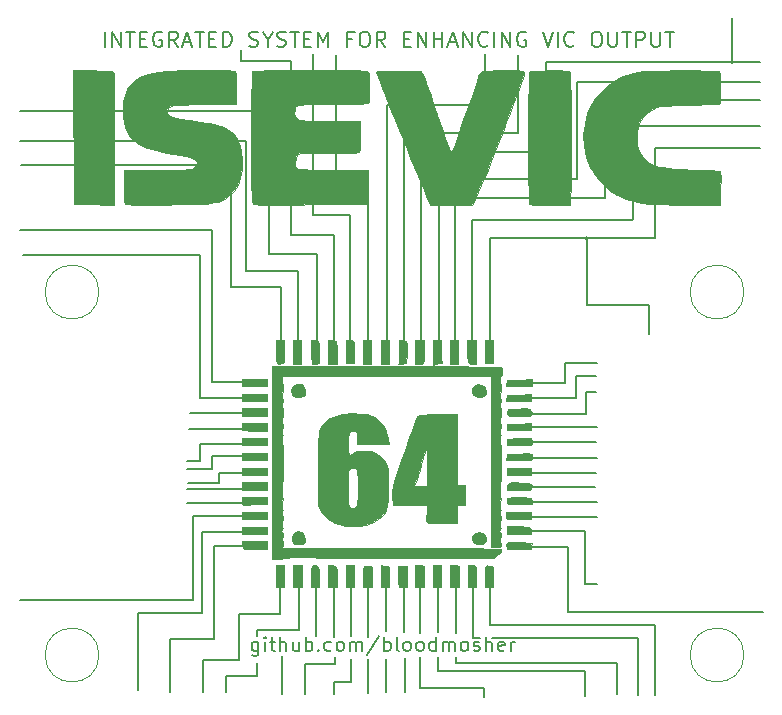
<source format=gbr>
%TF.GenerationSoftware,KiCad,Pcbnew,(5.1.9)-1*%
%TF.CreationDate,2025-02-14T08:16:11-08:00*%
%TF.ProjectId,RADA3K,52414441-334b-42e6-9b69-6361645f7063,rev?*%
%TF.SameCoordinates,Original*%
%TF.FileFunction,Legend,Top*%
%TF.FilePolarity,Positive*%
%FSLAX46Y46*%
G04 Gerber Fmt 4.6, Leading zero omitted, Abs format (unit mm)*
G04 Created by KiCad (PCBNEW (5.1.9)-1) date 2025-02-14 08:16:11*
%MOMM*%
%LPD*%
G01*
G04 APERTURE LIST*
%ADD10C,0.150000*%
%ADD11C,0.200000*%
%ADD12C,0.010000*%
%ADD13C,0.120000*%
G04 APERTURE END LIST*
D10*
X115820000Y-86440000D02*
X115820000Y-82710000D01*
X115960000Y-86440000D02*
G75*
G03*
X115960000Y-86440000I-130000J0D01*
G01*
X92430000Y-136780000D02*
X92430000Y-137320000D01*
X90930000Y-136790000D02*
X90930000Y-138010000D01*
X89420000Y-136820000D02*
X89420000Y-139430000D01*
X88100000Y-136920000D02*
X88100000Y-139780000D01*
X86500000Y-136970000D02*
X86500000Y-139800000D01*
X85000000Y-137020000D02*
X85000000Y-139880000D01*
X83590000Y-138880000D02*
X83590000Y-136950000D01*
X82170000Y-137380000D02*
X82170000Y-136820000D01*
X75610000Y-134560000D02*
X75610000Y-135060000D01*
X108770000Y-106990000D02*
X108770000Y-109500000D01*
X103510000Y-106990000D02*
X108770000Y-106990000D01*
X103510000Y-101360000D02*
X103510000Y-106990000D01*
X103640000Y-101360000D02*
G75*
G03*
X103640000Y-101360000I-130000J0D01*
G01*
X74240000Y-86390000D02*
X74240000Y-85410000D01*
X78490000Y-86390000D02*
X74240000Y-86390000D01*
X94850000Y-139430000D02*
X94850000Y-140210000D01*
X89420000Y-139430000D02*
X94850000Y-139430000D01*
X89420000Y-130620000D02*
X89420000Y-134810000D01*
X103410000Y-138010000D02*
X103410000Y-140160000D01*
X90930000Y-138010000D02*
X103410000Y-138010000D01*
X90930000Y-130420000D02*
X90930000Y-134690000D01*
X106060000Y-137320000D02*
X106060000Y-139990000D01*
X92430000Y-137320000D02*
X106060000Y-137320000D01*
X92430000Y-130690000D02*
X92430000Y-134810000D01*
X107840000Y-135220000D02*
X107840000Y-140010000D01*
X95520000Y-135220000D02*
X107840000Y-135220000D01*
X93870000Y-135220000D02*
X94510000Y-135220000D01*
X93870000Y-130570000D02*
X93870000Y-135220000D01*
X109290000Y-134120000D02*
X109290000Y-140040000D01*
X95310000Y-134120000D02*
X109290000Y-134120000D01*
X95310000Y-130320000D02*
X95310000Y-134120000D01*
X88050000Y-130350000D02*
X88050000Y-134690000D01*
X86520000Y-130220000D02*
X86520000Y-134590000D01*
X85030000Y-130630000D02*
X85030000Y-135160000D01*
X82100000Y-138910000D02*
X82100000Y-139990000D01*
X83560000Y-138910000D02*
X82100000Y-138910000D01*
X83560000Y-130810000D02*
X83560000Y-135050000D01*
X79650000Y-137420000D02*
X79650000Y-139950000D01*
X82160000Y-137420000D02*
X79650000Y-137420000D01*
X82160000Y-130440000D02*
X82160000Y-135130000D01*
X77690000Y-136770000D02*
X77690000Y-139950000D01*
X80630000Y-130530000D02*
X80630000Y-135020000D01*
X72960000Y-138400000D02*
X72960000Y-139760000D01*
X75610000Y-138400000D02*
X72960000Y-138400000D01*
X75610000Y-137360000D02*
X75610000Y-138400000D01*
X79120000Y-134560000D02*
X75610000Y-134560000D01*
X79120000Y-130300000D02*
X79120000Y-134560000D01*
X71040000Y-137070000D02*
X71040000Y-139780000D01*
X74040000Y-137070000D02*
X71040000Y-137070000D01*
X74040000Y-133140000D02*
X74040000Y-137070000D01*
X77570000Y-133140000D02*
X74040000Y-133140000D01*
X77570000Y-130180000D02*
X77570000Y-133140000D01*
X68200000Y-135280000D02*
X68200000Y-139750000D01*
X71970000Y-135280000D02*
X68200000Y-135280000D01*
X71970000Y-127430000D02*
X71970000Y-135280000D01*
X74740000Y-127430000D02*
X71970000Y-127430000D01*
X65510000Y-133120000D02*
X65510000Y-139650000D01*
X70920000Y-133120000D02*
X65510000Y-133120000D01*
X70920000Y-126250000D02*
X70920000Y-133120000D01*
X75200000Y-126250000D02*
X70920000Y-126250000D01*
X55940000Y-131980000D02*
X55500000Y-131980000D01*
X70190000Y-131980000D02*
X55940000Y-131980000D01*
X70190000Y-124850000D02*
X70190000Y-131980000D01*
X74770000Y-124850000D02*
X70190000Y-124850000D01*
X74530000Y-123740000D02*
X69690000Y-123740000D01*
X74770000Y-122550000D02*
X69720000Y-122550000D01*
X72370000Y-122060000D02*
X69730000Y-122060000D01*
X72370000Y-121250000D02*
X72370000Y-122060000D01*
X74670000Y-121250000D02*
X72370000Y-121250000D01*
X71790000Y-120890000D02*
X69670000Y-120890000D01*
X71790000Y-119840000D02*
X71790000Y-120890000D01*
X74820000Y-119840000D02*
X71790000Y-119840000D01*
X70780000Y-120190000D02*
X69700000Y-120190000D01*
X70780000Y-118760000D02*
X70780000Y-120190000D01*
X74720000Y-118760000D02*
X70780000Y-118760000D01*
X74930000Y-117540000D02*
X69880000Y-117540000D01*
X75060000Y-116160000D02*
X69960000Y-116160000D01*
X70750000Y-102740000D02*
X55830000Y-102740000D01*
X70750000Y-114900000D02*
X70750000Y-102740000D01*
X74640000Y-114900000D02*
X70750000Y-114900000D01*
X71800000Y-100690000D02*
X55580000Y-100690000D01*
X71800000Y-113570000D02*
X71800000Y-100690000D01*
X74560000Y-113570000D02*
X71800000Y-113570000D01*
X98280000Y-122420000D02*
X104230000Y-122420000D01*
X98660000Y-123720000D02*
X104390000Y-123720000D01*
X98220000Y-124930000D02*
X104430000Y-124930000D01*
X103390000Y-130660000D02*
X104430000Y-130660000D01*
X103390000Y-126130000D02*
X103390000Y-130660000D01*
X98520000Y-126130000D02*
X103390000Y-126130000D01*
X101910000Y-133020000D02*
X118450000Y-133020000D01*
X101910000Y-127480000D02*
X101910000Y-133020000D01*
X98610000Y-127480000D02*
X101910000Y-127480000D01*
X98630000Y-121240000D02*
X104340000Y-121240000D01*
X98850000Y-119980000D02*
X104390000Y-119980000D01*
X98390000Y-118600000D02*
X104320000Y-118600000D01*
X98660000Y-117370000D02*
X104390000Y-117370000D01*
X103450000Y-114340000D02*
X104290000Y-114340000D01*
X103450000Y-116280000D02*
X103450000Y-114340000D01*
X98630000Y-116280000D02*
X103450000Y-116280000D01*
X102620000Y-113060000D02*
X104340000Y-113060000D01*
X102620000Y-114850000D02*
X102620000Y-113060000D01*
X98580000Y-114850000D02*
X102620000Y-114850000D01*
X101660000Y-111900000D02*
X104390000Y-111900000D01*
X101660000Y-113620000D02*
X101660000Y-111900000D01*
X98530000Y-113620000D02*
X101660000Y-113620000D01*
X76630000Y-90630000D02*
X55570000Y-90630000D01*
X76630000Y-102710000D02*
X76630000Y-90630000D01*
X74710000Y-93170000D02*
X55580000Y-93170000D01*
X74710000Y-104090000D02*
X74710000Y-93170000D01*
X73390000Y-95120000D02*
X55600000Y-95120000D01*
X73390000Y-105520000D02*
X73390000Y-95120000D01*
X94940000Y-90040000D02*
X94940000Y-85800000D01*
X86600000Y-90040000D02*
X94940000Y-90040000D01*
X86600000Y-110560000D02*
X86600000Y-90040000D01*
X97670000Y-92470000D02*
X97670000Y-85830000D01*
X88010000Y-92470000D02*
X97670000Y-92470000D01*
X88010000Y-110710000D02*
X88010000Y-92470000D01*
X100110000Y-86450000D02*
X118200000Y-86450000D01*
X100110000Y-94030000D02*
X100110000Y-86450000D01*
X89500000Y-94030000D02*
X100110000Y-94030000D01*
X89500000Y-110620000D02*
X89500000Y-94030000D01*
X102690000Y-88130000D02*
X118220000Y-88130000D01*
X102690000Y-96320000D02*
X102690000Y-88130000D01*
X91000000Y-96320000D02*
X102690000Y-96320000D01*
X91000000Y-110440000D02*
X91000000Y-96320000D01*
X105090000Y-89640000D02*
X118200000Y-89640000D01*
X105090000Y-97970000D02*
X105090000Y-89640000D01*
X92370000Y-97970000D02*
X105090000Y-97970000D01*
X92370000Y-110470000D02*
X92370000Y-97970000D01*
X107430000Y-91820000D02*
X118200000Y-91820000D01*
X107430000Y-99750000D02*
X107430000Y-91820000D01*
X109270000Y-93750000D02*
X118200000Y-93750000D01*
X109270000Y-101330000D02*
X109270000Y-93750000D01*
X93810000Y-99780000D02*
X107390000Y-99780000D01*
X93810000Y-110530000D02*
X93810000Y-99780000D01*
X95360000Y-101350000D02*
X109270000Y-101350000D01*
X95360000Y-110640000D02*
X95360000Y-101350000D01*
X82290000Y-97990000D02*
X82290000Y-85810000D01*
X85000000Y-97990000D02*
X82290000Y-97990000D01*
X85000000Y-110850000D02*
X85000000Y-97990000D01*
X80310000Y-99430000D02*
X80310000Y-85780000D01*
X83510000Y-99430000D02*
X80310000Y-99430000D01*
X83510000Y-110500000D02*
X83510000Y-99430000D01*
X78500000Y-101060000D02*
X78500000Y-86400000D01*
X82130000Y-101060000D02*
X78500000Y-101060000D01*
X82130000Y-110490000D02*
X82130000Y-101060000D01*
X80650000Y-102710000D02*
X76630000Y-102710000D01*
X80650000Y-103120000D02*
X80650000Y-102710000D01*
X80650000Y-110280000D02*
X80650000Y-103120000D01*
X79090000Y-104100000D02*
X74710000Y-104100000D01*
X79090000Y-104550000D02*
X79090000Y-104100000D01*
X79090000Y-110480000D02*
X79090000Y-104550000D01*
X77620000Y-105520000D02*
X73390000Y-105520000D01*
X77620000Y-110330000D02*
X77620000Y-105520000D01*
D11*
X75715714Y-135522857D02*
X75715714Y-136494285D01*
X75658571Y-136608571D01*
X75601428Y-136665714D01*
X75487142Y-136722857D01*
X75315714Y-136722857D01*
X75201428Y-136665714D01*
X75715714Y-136265714D02*
X75601428Y-136322857D01*
X75372857Y-136322857D01*
X75258571Y-136265714D01*
X75201428Y-136208571D01*
X75144285Y-136094285D01*
X75144285Y-135751428D01*
X75201428Y-135637142D01*
X75258571Y-135580000D01*
X75372857Y-135522857D01*
X75601428Y-135522857D01*
X75715714Y-135580000D01*
X76287142Y-136322857D02*
X76287142Y-135522857D01*
X76287142Y-135122857D02*
X76230000Y-135180000D01*
X76287142Y-135237142D01*
X76344285Y-135180000D01*
X76287142Y-135122857D01*
X76287142Y-135237142D01*
X76687142Y-135522857D02*
X77144285Y-135522857D01*
X76858571Y-135122857D02*
X76858571Y-136151428D01*
X76915714Y-136265714D01*
X77030000Y-136322857D01*
X77144285Y-136322857D01*
X77544285Y-136322857D02*
X77544285Y-135122857D01*
X78058571Y-136322857D02*
X78058571Y-135694285D01*
X78001428Y-135580000D01*
X77887142Y-135522857D01*
X77715714Y-135522857D01*
X77601428Y-135580000D01*
X77544285Y-135637142D01*
X79144285Y-135522857D02*
X79144285Y-136322857D01*
X78630000Y-135522857D02*
X78630000Y-136151428D01*
X78687142Y-136265714D01*
X78801428Y-136322857D01*
X78972857Y-136322857D01*
X79087142Y-136265714D01*
X79144285Y-136208571D01*
X79715714Y-136322857D02*
X79715714Y-135122857D01*
X79715714Y-135580000D02*
X79830000Y-135522857D01*
X80058571Y-135522857D01*
X80172857Y-135580000D01*
X80230000Y-135637142D01*
X80287142Y-135751428D01*
X80287142Y-136094285D01*
X80230000Y-136208571D01*
X80172857Y-136265714D01*
X80058571Y-136322857D01*
X79830000Y-136322857D01*
X79715714Y-136265714D01*
X80801428Y-136208571D02*
X80858571Y-136265714D01*
X80801428Y-136322857D01*
X80744285Y-136265714D01*
X80801428Y-136208571D01*
X80801428Y-136322857D01*
X81887142Y-136265714D02*
X81772857Y-136322857D01*
X81544285Y-136322857D01*
X81430000Y-136265714D01*
X81372857Y-136208571D01*
X81315714Y-136094285D01*
X81315714Y-135751428D01*
X81372857Y-135637142D01*
X81430000Y-135580000D01*
X81544285Y-135522857D01*
X81772857Y-135522857D01*
X81887142Y-135580000D01*
X82572857Y-136322857D02*
X82458571Y-136265714D01*
X82401428Y-136208571D01*
X82344285Y-136094285D01*
X82344285Y-135751428D01*
X82401428Y-135637142D01*
X82458571Y-135580000D01*
X82572857Y-135522857D01*
X82744285Y-135522857D01*
X82858571Y-135580000D01*
X82915714Y-135637142D01*
X82972857Y-135751428D01*
X82972857Y-136094285D01*
X82915714Y-136208571D01*
X82858571Y-136265714D01*
X82744285Y-136322857D01*
X82572857Y-136322857D01*
X83487142Y-136322857D02*
X83487142Y-135522857D01*
X83487142Y-135637142D02*
X83544285Y-135580000D01*
X83658571Y-135522857D01*
X83830000Y-135522857D01*
X83944285Y-135580000D01*
X84001428Y-135694285D01*
X84001428Y-136322857D01*
X84001428Y-135694285D02*
X84058571Y-135580000D01*
X84172857Y-135522857D01*
X84344285Y-135522857D01*
X84458571Y-135580000D01*
X84515714Y-135694285D01*
X84515714Y-136322857D01*
X85944285Y-135065714D02*
X84915714Y-136608571D01*
X86344285Y-136322857D02*
X86344285Y-135122857D01*
X86344285Y-135580000D02*
X86458571Y-135522857D01*
X86687142Y-135522857D01*
X86801428Y-135580000D01*
X86858571Y-135637142D01*
X86915714Y-135751428D01*
X86915714Y-136094285D01*
X86858571Y-136208571D01*
X86801428Y-136265714D01*
X86687142Y-136322857D01*
X86458571Y-136322857D01*
X86344285Y-136265714D01*
X87601428Y-136322857D02*
X87487142Y-136265714D01*
X87430000Y-136151428D01*
X87430000Y-135122857D01*
X88230000Y-136322857D02*
X88115714Y-136265714D01*
X88058571Y-136208571D01*
X88001428Y-136094285D01*
X88001428Y-135751428D01*
X88058571Y-135637142D01*
X88115714Y-135580000D01*
X88230000Y-135522857D01*
X88401428Y-135522857D01*
X88515714Y-135580000D01*
X88572857Y-135637142D01*
X88630000Y-135751428D01*
X88630000Y-136094285D01*
X88572857Y-136208571D01*
X88515714Y-136265714D01*
X88401428Y-136322857D01*
X88230000Y-136322857D01*
X89315714Y-136322857D02*
X89201428Y-136265714D01*
X89144285Y-136208571D01*
X89087142Y-136094285D01*
X89087142Y-135751428D01*
X89144285Y-135637142D01*
X89201428Y-135580000D01*
X89315714Y-135522857D01*
X89487142Y-135522857D01*
X89601428Y-135580000D01*
X89658571Y-135637142D01*
X89715714Y-135751428D01*
X89715714Y-136094285D01*
X89658571Y-136208571D01*
X89601428Y-136265714D01*
X89487142Y-136322857D01*
X89315714Y-136322857D01*
X90744285Y-136322857D02*
X90744285Y-135122857D01*
X90744285Y-136265714D02*
X90630000Y-136322857D01*
X90401428Y-136322857D01*
X90287142Y-136265714D01*
X90230000Y-136208571D01*
X90172857Y-136094285D01*
X90172857Y-135751428D01*
X90230000Y-135637142D01*
X90287142Y-135580000D01*
X90401428Y-135522857D01*
X90630000Y-135522857D01*
X90744285Y-135580000D01*
X91315714Y-136322857D02*
X91315714Y-135522857D01*
X91315714Y-135637142D02*
X91372857Y-135580000D01*
X91487142Y-135522857D01*
X91658571Y-135522857D01*
X91772857Y-135580000D01*
X91830000Y-135694285D01*
X91830000Y-136322857D01*
X91830000Y-135694285D02*
X91887142Y-135580000D01*
X92001428Y-135522857D01*
X92172857Y-135522857D01*
X92287142Y-135580000D01*
X92344285Y-135694285D01*
X92344285Y-136322857D01*
X93087142Y-136322857D02*
X92972857Y-136265714D01*
X92915714Y-136208571D01*
X92858571Y-136094285D01*
X92858571Y-135751428D01*
X92915714Y-135637142D01*
X92972857Y-135580000D01*
X93087142Y-135522857D01*
X93258571Y-135522857D01*
X93372857Y-135580000D01*
X93430000Y-135637142D01*
X93487142Y-135751428D01*
X93487142Y-136094285D01*
X93430000Y-136208571D01*
X93372857Y-136265714D01*
X93258571Y-136322857D01*
X93087142Y-136322857D01*
X93944285Y-136265714D02*
X94058571Y-136322857D01*
X94287142Y-136322857D01*
X94401428Y-136265714D01*
X94458571Y-136151428D01*
X94458571Y-136094285D01*
X94401428Y-135980000D01*
X94287142Y-135922857D01*
X94115714Y-135922857D01*
X94001428Y-135865714D01*
X93944285Y-135751428D01*
X93944285Y-135694285D01*
X94001428Y-135580000D01*
X94115714Y-135522857D01*
X94287142Y-135522857D01*
X94401428Y-135580000D01*
X94972857Y-136322857D02*
X94972857Y-135122857D01*
X95487142Y-136322857D02*
X95487142Y-135694285D01*
X95430000Y-135580000D01*
X95315714Y-135522857D01*
X95144285Y-135522857D01*
X95030000Y-135580000D01*
X94972857Y-135637142D01*
X96515714Y-136265714D02*
X96401428Y-136322857D01*
X96172857Y-136322857D01*
X96058571Y-136265714D01*
X96001428Y-136151428D01*
X96001428Y-135694285D01*
X96058571Y-135580000D01*
X96172857Y-135522857D01*
X96401428Y-135522857D01*
X96515714Y-135580000D01*
X96572857Y-135694285D01*
X96572857Y-135808571D01*
X96001428Y-135922857D01*
X97087142Y-136322857D02*
X97087142Y-135522857D01*
X97087142Y-135751428D02*
X97144285Y-135637142D01*
X97201428Y-135580000D01*
X97315714Y-135522857D01*
X97430000Y-135522857D01*
X62700952Y-85158095D02*
X62700952Y-83858095D01*
X63319999Y-85158095D02*
X63319999Y-83858095D01*
X64062857Y-85158095D01*
X64062857Y-83858095D01*
X64496190Y-83858095D02*
X65239047Y-83858095D01*
X64867619Y-85158095D02*
X64867619Y-83858095D01*
X65672380Y-84477142D02*
X66105714Y-84477142D01*
X66291428Y-85158095D02*
X65672380Y-85158095D01*
X65672380Y-83858095D01*
X66291428Y-83858095D01*
X67529523Y-83920000D02*
X67405714Y-83858095D01*
X67220000Y-83858095D01*
X67034285Y-83920000D01*
X66910476Y-84043809D01*
X66848571Y-84167619D01*
X66786666Y-84415238D01*
X66786666Y-84600952D01*
X66848571Y-84848571D01*
X66910476Y-84972380D01*
X67034285Y-85096190D01*
X67220000Y-85158095D01*
X67343809Y-85158095D01*
X67529523Y-85096190D01*
X67591428Y-85034285D01*
X67591428Y-84600952D01*
X67343809Y-84600952D01*
X68891428Y-85158095D02*
X68458095Y-84539047D01*
X68148571Y-85158095D02*
X68148571Y-83858095D01*
X68643809Y-83858095D01*
X68767619Y-83920000D01*
X68829523Y-83981904D01*
X68891428Y-84105714D01*
X68891428Y-84291428D01*
X68829523Y-84415238D01*
X68767619Y-84477142D01*
X68643809Y-84539047D01*
X68148571Y-84539047D01*
X69386666Y-84786666D02*
X70005714Y-84786666D01*
X69262857Y-85158095D02*
X69696190Y-83858095D01*
X70129523Y-85158095D01*
X70377142Y-83858095D02*
X71120000Y-83858095D01*
X70748571Y-85158095D02*
X70748571Y-83858095D01*
X71553333Y-84477142D02*
X71986666Y-84477142D01*
X72172380Y-85158095D02*
X71553333Y-85158095D01*
X71553333Y-83858095D01*
X72172380Y-83858095D01*
X72729523Y-85158095D02*
X72729523Y-83858095D01*
X73039047Y-83858095D01*
X73224761Y-83920000D01*
X73348571Y-84043809D01*
X73410476Y-84167619D01*
X73472380Y-84415238D01*
X73472380Y-84600952D01*
X73410476Y-84848571D01*
X73348571Y-84972380D01*
X73224761Y-85096190D01*
X73039047Y-85158095D01*
X72729523Y-85158095D01*
X74958095Y-85096190D02*
X75143809Y-85158095D01*
X75453333Y-85158095D01*
X75577142Y-85096190D01*
X75639047Y-85034285D01*
X75700952Y-84910476D01*
X75700952Y-84786666D01*
X75639047Y-84662857D01*
X75577142Y-84600952D01*
X75453333Y-84539047D01*
X75205714Y-84477142D01*
X75081904Y-84415238D01*
X75020000Y-84353333D01*
X74958095Y-84229523D01*
X74958095Y-84105714D01*
X75020000Y-83981904D01*
X75081904Y-83920000D01*
X75205714Y-83858095D01*
X75515238Y-83858095D01*
X75700952Y-83920000D01*
X76505714Y-84539047D02*
X76505714Y-85158095D01*
X76072380Y-83858095D02*
X76505714Y-84539047D01*
X76939047Y-83858095D01*
X77310476Y-85096190D02*
X77496190Y-85158095D01*
X77805714Y-85158095D01*
X77929523Y-85096190D01*
X77991428Y-85034285D01*
X78053333Y-84910476D01*
X78053333Y-84786666D01*
X77991428Y-84662857D01*
X77929523Y-84600952D01*
X77805714Y-84539047D01*
X77558095Y-84477142D01*
X77434285Y-84415238D01*
X77372380Y-84353333D01*
X77310476Y-84229523D01*
X77310476Y-84105714D01*
X77372380Y-83981904D01*
X77434285Y-83920000D01*
X77558095Y-83858095D01*
X77867619Y-83858095D01*
X78053333Y-83920000D01*
X78424761Y-83858095D02*
X79167619Y-83858095D01*
X78796190Y-85158095D02*
X78796190Y-83858095D01*
X79600952Y-84477142D02*
X80034285Y-84477142D01*
X80220000Y-85158095D02*
X79600952Y-85158095D01*
X79600952Y-83858095D01*
X80220000Y-83858095D01*
X80777142Y-85158095D02*
X80777142Y-83858095D01*
X81210476Y-84786666D01*
X81643809Y-83858095D01*
X81643809Y-85158095D01*
X83686666Y-84477142D02*
X83253333Y-84477142D01*
X83253333Y-85158095D02*
X83253333Y-83858095D01*
X83872380Y-83858095D01*
X84615238Y-83858095D02*
X84862857Y-83858095D01*
X84986666Y-83920000D01*
X85110476Y-84043809D01*
X85172380Y-84291428D01*
X85172380Y-84724761D01*
X85110476Y-84972380D01*
X84986666Y-85096190D01*
X84862857Y-85158095D01*
X84615238Y-85158095D01*
X84491428Y-85096190D01*
X84367619Y-84972380D01*
X84305714Y-84724761D01*
X84305714Y-84291428D01*
X84367619Y-84043809D01*
X84491428Y-83920000D01*
X84615238Y-83858095D01*
X86472380Y-85158095D02*
X86039047Y-84539047D01*
X85729523Y-85158095D02*
X85729523Y-83858095D01*
X86224761Y-83858095D01*
X86348571Y-83920000D01*
X86410476Y-83981904D01*
X86472380Y-84105714D01*
X86472380Y-84291428D01*
X86410476Y-84415238D01*
X86348571Y-84477142D01*
X86224761Y-84539047D01*
X85729523Y-84539047D01*
X88020000Y-84477142D02*
X88453333Y-84477142D01*
X88639047Y-85158095D02*
X88020000Y-85158095D01*
X88020000Y-83858095D01*
X88639047Y-83858095D01*
X89196190Y-85158095D02*
X89196190Y-83858095D01*
X89939047Y-85158095D01*
X89939047Y-83858095D01*
X90558095Y-85158095D02*
X90558095Y-83858095D01*
X90558095Y-84477142D02*
X91300952Y-84477142D01*
X91300952Y-85158095D02*
X91300952Y-83858095D01*
X91858095Y-84786666D02*
X92477142Y-84786666D01*
X91734285Y-85158095D02*
X92167619Y-83858095D01*
X92600952Y-85158095D01*
X93034285Y-85158095D02*
X93034285Y-83858095D01*
X93777142Y-85158095D01*
X93777142Y-83858095D01*
X95139047Y-85034285D02*
X95077142Y-85096190D01*
X94891428Y-85158095D01*
X94767619Y-85158095D01*
X94581904Y-85096190D01*
X94458095Y-84972380D01*
X94396190Y-84848571D01*
X94334285Y-84600952D01*
X94334285Y-84415238D01*
X94396190Y-84167619D01*
X94458095Y-84043809D01*
X94581904Y-83920000D01*
X94767619Y-83858095D01*
X94891428Y-83858095D01*
X95077142Y-83920000D01*
X95139047Y-83981904D01*
X95696190Y-85158095D02*
X95696190Y-83858095D01*
X96315238Y-85158095D02*
X96315238Y-83858095D01*
X97058095Y-85158095D01*
X97058095Y-83858095D01*
X98358095Y-83920000D02*
X98234285Y-83858095D01*
X98048571Y-83858095D01*
X97862857Y-83920000D01*
X97739047Y-84043809D01*
X97677142Y-84167619D01*
X97615238Y-84415238D01*
X97615238Y-84600952D01*
X97677142Y-84848571D01*
X97739047Y-84972380D01*
X97862857Y-85096190D01*
X98048571Y-85158095D01*
X98172380Y-85158095D01*
X98358095Y-85096190D01*
X98420000Y-85034285D01*
X98420000Y-84600952D01*
X98172380Y-84600952D01*
X99781904Y-83858095D02*
X100215238Y-85158095D01*
X100648571Y-83858095D01*
X101081904Y-85158095D02*
X101081904Y-83858095D01*
X102443809Y-85034285D02*
X102381904Y-85096190D01*
X102196190Y-85158095D01*
X102072380Y-85158095D01*
X101886666Y-85096190D01*
X101762857Y-84972380D01*
X101700952Y-84848571D01*
X101639047Y-84600952D01*
X101639047Y-84415238D01*
X101700952Y-84167619D01*
X101762857Y-84043809D01*
X101886666Y-83920000D01*
X102072380Y-83858095D01*
X102196190Y-83858095D01*
X102381904Y-83920000D01*
X102443809Y-83981904D01*
X104239047Y-83858095D02*
X104486666Y-83858095D01*
X104610476Y-83920000D01*
X104734285Y-84043809D01*
X104796190Y-84291428D01*
X104796190Y-84724761D01*
X104734285Y-84972380D01*
X104610476Y-85096190D01*
X104486666Y-85158095D01*
X104239047Y-85158095D01*
X104115238Y-85096190D01*
X103991428Y-84972380D01*
X103929523Y-84724761D01*
X103929523Y-84291428D01*
X103991428Y-84043809D01*
X104115238Y-83920000D01*
X104239047Y-83858095D01*
X105353333Y-83858095D02*
X105353333Y-84910476D01*
X105415238Y-85034285D01*
X105477142Y-85096190D01*
X105600952Y-85158095D01*
X105848571Y-85158095D01*
X105972380Y-85096190D01*
X106034285Y-85034285D01*
X106096190Y-84910476D01*
X106096190Y-83858095D01*
X106529523Y-83858095D02*
X107272380Y-83858095D01*
X106900952Y-85158095D02*
X106900952Y-83858095D01*
X107705714Y-85158095D02*
X107705714Y-83858095D01*
X108200952Y-83858095D01*
X108324761Y-83920000D01*
X108386666Y-83981904D01*
X108448571Y-84105714D01*
X108448571Y-84291428D01*
X108386666Y-84415238D01*
X108324761Y-84477142D01*
X108200952Y-84539047D01*
X107705714Y-84539047D01*
X109005714Y-83858095D02*
X109005714Y-84910476D01*
X109067619Y-85034285D01*
X109129523Y-85096190D01*
X109253333Y-85158095D01*
X109500952Y-85158095D01*
X109624761Y-85096190D01*
X109686666Y-85034285D01*
X109748571Y-84910476D01*
X109748571Y-83858095D01*
X110181904Y-83858095D02*
X110924761Y-83858095D01*
X110553333Y-85158095D02*
X110553333Y-83858095D01*
D12*
%TO.C,G\u002A\u002A\u002A*%
G36*
X77914667Y-130915334D02*
G01*
X77237333Y-130915334D01*
X77237333Y-129052667D01*
X77914667Y-129052667D01*
X77914667Y-130915334D01*
G37*
X77914667Y-130915334D02*
X77237333Y-130915334D01*
X77237333Y-129052667D01*
X77914667Y-129052667D01*
X77914667Y-130915334D01*
G36*
X79420364Y-129962834D02*
G01*
X79396333Y-130873000D01*
X78676667Y-130925070D01*
X78676667Y-129052667D01*
X79444395Y-129052667D01*
X79420364Y-129962834D01*
G37*
X79420364Y-129962834D02*
X79396333Y-130873000D01*
X78676667Y-130925070D01*
X78676667Y-129052667D01*
X79444395Y-129052667D01*
X79420364Y-129962834D01*
G36*
X80591637Y-129060814D02*
G01*
X80714526Y-129104631D01*
X80787164Y-129213177D01*
X80822635Y-129415513D01*
X80834028Y-129740702D01*
X80834749Y-130006105D01*
X80833832Y-130873000D01*
X80517249Y-130899278D01*
X80200667Y-130925555D01*
X80200667Y-129989111D01*
X80201787Y-129581171D01*
X80209432Y-129313168D01*
X80230029Y-129155706D01*
X80270005Y-129079388D01*
X80335788Y-129054818D01*
X80405408Y-129052667D01*
X80591637Y-129060814D01*
G37*
X80591637Y-129060814D02*
X80714526Y-129104631D01*
X80787164Y-129213177D01*
X80822635Y-129415513D01*
X80834028Y-129740702D01*
X80834749Y-130006105D01*
X80833832Y-130873000D01*
X80517249Y-130899278D01*
X80200667Y-130925555D01*
X80200667Y-129989111D01*
X80201787Y-129581171D01*
X80209432Y-129313168D01*
X80230029Y-129155706D01*
X80270005Y-129079388D01*
X80335788Y-129054818D01*
X80405408Y-129052667D01*
X80591637Y-129060814D01*
G36*
X81915167Y-129053327D02*
G01*
X82118742Y-129093028D01*
X82260674Y-129224380D01*
X82349396Y-129467468D01*
X82393344Y-129842376D01*
X82402000Y-130212546D01*
X82402000Y-130915334D01*
X81640000Y-130915334D01*
X81640000Y-129052667D01*
X81915167Y-129053327D01*
G37*
X81915167Y-129053327D02*
X82118742Y-129093028D01*
X82260674Y-129224380D01*
X82349396Y-129467468D01*
X82393344Y-129842376D01*
X82402000Y-130212546D01*
X82402000Y-130915334D01*
X81640000Y-130915334D01*
X81640000Y-129052667D01*
X81915167Y-129053327D01*
G36*
X83841333Y-130915334D02*
G01*
X83164000Y-130915334D01*
X83164000Y-129052667D01*
X83841333Y-129052667D01*
X83841333Y-130915334D01*
G37*
X83841333Y-130915334D02*
X83164000Y-130915334D01*
X83164000Y-129052667D01*
X83841333Y-129052667D01*
X83841333Y-130915334D01*
G36*
X85145561Y-129134252D02*
G01*
X85371487Y-129220149D01*
X85347244Y-130046575D01*
X85323000Y-130873000D01*
X84963167Y-130899035D01*
X84603333Y-130925070D01*
X84603333Y-130036907D01*
X84606291Y-129636092D01*
X84618693Y-129373141D01*
X84645836Y-129216636D01*
X84693014Y-129135159D01*
X84761484Y-129098549D01*
X84956877Y-129090125D01*
X85145561Y-129134252D01*
G37*
X85145561Y-129134252D02*
X85371487Y-129220149D01*
X85347244Y-130046575D01*
X85323000Y-130873000D01*
X84963167Y-130899035D01*
X84603333Y-130925070D01*
X84603333Y-130036907D01*
X84606291Y-129636092D01*
X84618693Y-129373141D01*
X84645836Y-129216636D01*
X84693014Y-129135159D01*
X84761484Y-129098549D01*
X84956877Y-129090125D01*
X85145561Y-129134252D01*
G36*
X86391917Y-129084417D02*
G01*
X86599507Y-129121628D01*
X86729887Y-129137331D01*
X86730583Y-129137334D01*
X86760994Y-129216157D01*
X86785355Y-129429312D01*
X86800753Y-129741827D01*
X86804667Y-130026334D01*
X86804667Y-130915334D01*
X86127333Y-130915334D01*
X86127333Y-129031500D01*
X86391917Y-129084417D01*
G37*
X86391917Y-129084417D02*
X86599507Y-129121628D01*
X86729887Y-129137331D01*
X86730583Y-129137334D01*
X86760994Y-129216157D01*
X86785355Y-129429312D01*
X86800753Y-129741827D01*
X86804667Y-130026334D01*
X86804667Y-130915334D01*
X86127333Y-130915334D01*
X86127333Y-129031500D01*
X86391917Y-129084417D01*
G36*
X87926500Y-129137466D02*
G01*
X88286333Y-129137599D01*
X88286333Y-130873000D01*
X87986974Y-130898196D01*
X87771221Y-130899441D01*
X87635601Y-130869416D01*
X87627140Y-130862919D01*
X87601369Y-130757276D01*
X87581066Y-130522045D01*
X87568920Y-130196952D01*
X87566667Y-129969889D01*
X87566667Y-129137334D01*
X87926500Y-129137466D01*
G37*
X87926500Y-129137466D02*
X88286333Y-129137599D01*
X88286333Y-130873000D01*
X87986974Y-130898196D01*
X87771221Y-130899441D01*
X87635601Y-130869416D01*
X87627140Y-130862919D01*
X87601369Y-130757276D01*
X87581066Y-130522045D01*
X87568920Y-130196952D01*
X87566667Y-129969889D01*
X87566667Y-129137334D01*
X87926500Y-129137466D01*
G36*
X89365833Y-129068965D02*
G01*
X89725667Y-129095000D01*
X89773729Y-130915334D01*
X89006000Y-130915334D01*
X89006000Y-129042931D01*
X89365833Y-129068965D01*
G37*
X89365833Y-129068965D02*
X89725667Y-129095000D01*
X89773729Y-130915334D01*
X89006000Y-130915334D01*
X89006000Y-129042931D01*
X89365833Y-129068965D01*
G36*
X91194751Y-129984000D02*
G01*
X91215163Y-130915334D01*
X90530000Y-130915334D01*
X90530000Y-129052667D01*
X91174340Y-129052667D01*
X91194751Y-129984000D01*
G37*
X91194751Y-129984000D02*
X91215163Y-130915334D01*
X90530000Y-130915334D01*
X90530000Y-129052667D01*
X91174340Y-129052667D01*
X91194751Y-129984000D01*
G36*
X92329167Y-129068965D02*
G01*
X92689000Y-129095000D01*
X92689000Y-130873000D01*
X92329167Y-130899035D01*
X91969333Y-130925070D01*
X91969333Y-129042931D01*
X92329167Y-129068965D01*
G37*
X92329167Y-129068965D02*
X92689000Y-129095000D01*
X92689000Y-130873000D01*
X92329167Y-130899035D01*
X91969333Y-130925070D01*
X91969333Y-129042931D01*
X92329167Y-129068965D01*
G36*
X93937524Y-129066330D02*
G01*
X94045927Y-129124906D01*
X94114166Y-129254774D01*
X94151403Y-129482316D01*
X94166804Y-129833912D01*
X94169510Y-130174500D01*
X94170667Y-130915334D01*
X93493333Y-130915334D01*
X93493333Y-129052667D01*
X93779792Y-129052667D01*
X93937524Y-129066330D01*
G37*
X93937524Y-129066330D02*
X94045927Y-129124906D01*
X94114166Y-129254774D01*
X94151403Y-129482316D01*
X94166804Y-129833912D01*
X94169510Y-130174500D01*
X94170667Y-130915334D01*
X93493333Y-130915334D01*
X93493333Y-129052667D01*
X93779792Y-129052667D01*
X93937524Y-129066330D01*
G36*
X95123167Y-129083969D02*
G01*
X95344806Y-129126398D01*
X95464795Y-129136177D01*
X95532694Y-129151631D01*
X95574957Y-129216697D01*
X95595960Y-129361317D01*
X95600079Y-129615431D01*
X95591795Y-130005167D01*
X95567667Y-130873000D01*
X95250167Y-130899278D01*
X94932667Y-130925555D01*
X94932667Y-129979236D01*
X94933761Y-129569103D01*
X94940968Y-129300654D01*
X94960170Y-129146241D01*
X94997250Y-129078217D01*
X95058092Y-129068933D01*
X95123167Y-129083969D01*
G37*
X95123167Y-129083969D02*
X95344806Y-129126398D01*
X95464795Y-129136177D01*
X95532694Y-129151631D01*
X95574957Y-129216697D01*
X95595960Y-129361317D01*
X95600079Y-129615431D01*
X95591795Y-130005167D01*
X95567667Y-130873000D01*
X95250167Y-130899278D01*
X94932667Y-130925555D01*
X94932667Y-129979236D01*
X94933761Y-129569103D01*
X94940968Y-129300654D01*
X94960170Y-129146241D01*
X94997250Y-129078217D01*
X95058092Y-129068933D01*
X95123167Y-129083969D01*
G36*
X87764375Y-112204445D02*
G01*
X88981122Y-112205742D01*
X90140807Y-112207833D01*
X91232586Y-112210662D01*
X92245619Y-112214171D01*
X93169061Y-112218303D01*
X93992071Y-112223000D01*
X94703807Y-112228206D01*
X95293425Y-112233864D01*
X95750085Y-112239915D01*
X96062942Y-112246303D01*
X96221155Y-112252970D01*
X96238075Y-112255392D01*
X96333528Y-112363083D01*
X96370848Y-112604323D01*
X96372000Y-112676068D01*
X96356480Y-112914281D01*
X96305315Y-113006312D01*
X96262728Y-113003421D01*
X96186542Y-113028101D01*
X96167209Y-113195284D01*
X96169088Y-113238911D01*
X96184863Y-113427240D01*
X96202419Y-113515429D01*
X96204031Y-113516334D01*
X96216196Y-113593429D01*
X96228805Y-113794496D01*
X96238159Y-114045500D01*
X96235286Y-114319510D01*
X96213134Y-114510730D01*
X96180491Y-114574667D01*
X96151341Y-114629665D01*
X96174139Y-114680500D01*
X96220458Y-114821987D01*
X96244957Y-115021535D01*
X96244900Y-115212155D01*
X96217552Y-115326855D01*
X96200935Y-115336667D01*
X96183450Y-115412579D01*
X96193257Y-115610387D01*
X96223344Y-115852470D01*
X96260261Y-116240197D01*
X96231345Y-116518960D01*
X96199403Y-116614547D01*
X96140796Y-116825382D01*
X96185592Y-116966559D01*
X96194907Y-116978318D01*
X96249460Y-117132307D01*
X96225000Y-117391607D01*
X96210085Y-117462272D01*
X96169694Y-117762250D01*
X96215038Y-117933797D01*
X96217907Y-117937364D01*
X96263230Y-118029686D01*
X96215129Y-118046000D01*
X96162090Y-118111855D01*
X96186924Y-118236500D01*
X96203889Y-118369935D01*
X96217291Y-118641648D01*
X96227226Y-119024551D01*
X96233790Y-119491554D01*
X96237079Y-120015567D01*
X96237191Y-120569502D01*
X96234220Y-121126269D01*
X96228263Y-121658778D01*
X96219418Y-122139941D01*
X96207779Y-122542667D01*
X96193444Y-122839868D01*
X96176508Y-123004454D01*
X96169893Y-123025866D01*
X96164441Y-123136546D01*
X96186240Y-123158182D01*
X96220533Y-123260505D01*
X96230620Y-123467716D01*
X96218450Y-123717398D01*
X96185969Y-123947138D01*
X96158502Y-124046898D01*
X96169307Y-124206197D01*
X96211573Y-124279732D01*
X96256731Y-124376962D01*
X96224402Y-124396000D01*
X96181436Y-124471724D01*
X96193662Y-124680491D01*
X96203729Y-124740479D01*
X96225439Y-125060101D01*
X96196357Y-125393860D01*
X96187540Y-125437372D01*
X96149250Y-125691523D01*
X96182232Y-125810223D01*
X96201379Y-125820793D01*
X96245960Y-125888077D01*
X96192855Y-125974155D01*
X96135412Y-126106378D01*
X96189321Y-126194522D01*
X96276114Y-126381188D01*
X96266797Y-126605681D01*
X96193110Y-126742356D01*
X96145053Y-126882806D01*
X96164846Y-126943302D01*
X96216549Y-127103876D01*
X96237902Y-127289352D01*
X96231190Y-127433703D01*
X96170515Y-127503974D01*
X96011992Y-127526747D01*
X95842833Y-127528673D01*
X95440667Y-127528667D01*
X95440667Y-127147667D01*
X95779333Y-127147667D01*
X95821667Y-127190000D01*
X95864000Y-127147667D01*
X95821667Y-127105334D01*
X95779333Y-127147667D01*
X95440667Y-127147667D01*
X95440667Y-127063000D01*
X95948667Y-127063000D01*
X95991000Y-127105334D01*
X96033333Y-127063000D01*
X95991000Y-127020667D01*
X95948667Y-127063000D01*
X95440667Y-127063000D01*
X95440667Y-125877667D01*
X95948667Y-125877667D01*
X95991000Y-125920000D01*
X96033333Y-125877667D01*
X95991000Y-125835334D01*
X95948667Y-125877667D01*
X95440667Y-125877667D01*
X95440667Y-125793000D01*
X95779333Y-125793000D01*
X95821667Y-125835334D01*
X95864000Y-125793000D01*
X95821667Y-125750667D01*
X95779333Y-125793000D01*
X95440667Y-125793000D01*
X95440667Y-124523000D01*
X95948667Y-124523000D01*
X95991000Y-124565334D01*
X96033333Y-124523000D01*
X95991000Y-124480667D01*
X95948667Y-124523000D01*
X95440667Y-124523000D01*
X95440667Y-123761000D01*
X95948667Y-123761000D01*
X95991000Y-123803334D01*
X96033333Y-123761000D01*
X95991000Y-123718667D01*
X95948667Y-123761000D01*
X95440667Y-123761000D01*
X95440667Y-123676334D01*
X95779333Y-123676334D01*
X95821667Y-123718667D01*
X95864000Y-123676334D01*
X95821667Y-123634000D01*
X95779333Y-123676334D01*
X95440667Y-123676334D01*
X95440667Y-123591667D01*
X95948667Y-123591667D01*
X95991000Y-123634000D01*
X96033333Y-123591667D01*
X95991000Y-123549334D01*
X95948667Y-123591667D01*
X95440667Y-123591667D01*
X95440667Y-122914334D01*
X95779333Y-122914334D01*
X95821667Y-122956667D01*
X95864000Y-122914334D01*
X95821667Y-122872000D01*
X95779333Y-122914334D01*
X95440667Y-122914334D01*
X95440667Y-121559667D01*
X95779333Y-121559667D01*
X95821667Y-121602000D01*
X95864000Y-121559667D01*
X95821667Y-121517334D01*
X95779333Y-121559667D01*
X95440667Y-121559667D01*
X95440667Y-120797667D01*
X95779333Y-120797667D01*
X95821667Y-120840000D01*
X95864000Y-120797667D01*
X95821667Y-120755334D01*
X95779333Y-120797667D01*
X95440667Y-120797667D01*
X95440667Y-120628334D01*
X95779333Y-120628334D01*
X95821667Y-120670667D01*
X95864000Y-120628334D01*
X95821667Y-120586000D01*
X95779333Y-120628334D01*
X95440667Y-120628334D01*
X95440667Y-118342334D01*
X95948667Y-118342334D01*
X95991000Y-118384667D01*
X96033333Y-118342334D01*
X95991000Y-118300000D01*
X95948667Y-118342334D01*
X95440667Y-118342334D01*
X95440667Y-118173000D01*
X95948667Y-118173000D01*
X95991000Y-118215334D01*
X96033333Y-118173000D01*
X95991000Y-118130667D01*
X95948667Y-118173000D01*
X95440667Y-118173000D01*
X95440667Y-116649000D01*
X95948667Y-116649000D01*
X95991000Y-116691334D01*
X96033333Y-116649000D01*
X95991000Y-116606667D01*
X95948667Y-116649000D01*
X95440667Y-116649000D01*
X95440667Y-116056334D01*
X95948667Y-116056334D01*
X95991000Y-116098667D01*
X96033333Y-116056334D01*
X95991000Y-116014000D01*
X95948667Y-116056334D01*
X95440667Y-116056334D01*
X95440667Y-115463667D01*
X95948667Y-115463667D01*
X95991000Y-115506000D01*
X96033333Y-115463667D01*
X95991000Y-115421334D01*
X95948667Y-115463667D01*
X95440667Y-115463667D01*
X95440667Y-114701667D01*
X95948667Y-114701667D01*
X95991000Y-114744000D01*
X96033333Y-114701667D01*
X95991000Y-114659334D01*
X95948667Y-114701667D01*
X95440667Y-114701667D01*
X95440667Y-113939667D01*
X95948667Y-113939667D01*
X95991000Y-113982000D01*
X96033333Y-113939667D01*
X95991000Y-113897334D01*
X95948667Y-113939667D01*
X95440667Y-113939667D01*
X95440667Y-113770334D01*
X95948667Y-113770334D01*
X95991000Y-113812667D01*
X96033333Y-113770334D01*
X95991000Y-113728000D01*
X95948667Y-113770334D01*
X95440667Y-113770334D01*
X95440667Y-113050667D01*
X93048833Y-113030224D01*
X92545565Y-113026562D01*
X91894569Y-113022843D01*
X91117453Y-113019143D01*
X90235823Y-113015536D01*
X89271285Y-113012098D01*
X88245445Y-113008904D01*
X88034118Y-113008334D01*
X95948667Y-113008334D01*
X95991000Y-113050667D01*
X96033333Y-113008334D01*
X95991000Y-112966000D01*
X95948667Y-113008334D01*
X88034118Y-113008334D01*
X87179910Y-113006030D01*
X86096286Y-113003549D01*
X85016180Y-113001539D01*
X84645667Y-113000964D01*
X83646872Y-112999471D01*
X82694086Y-112997992D01*
X81801398Y-112996553D01*
X80982902Y-112995178D01*
X80252687Y-112993894D01*
X79624845Y-112992725D01*
X79113467Y-112991696D01*
X78732644Y-112990834D01*
X78496467Y-112990163D01*
X78422667Y-112989799D01*
X78072159Y-112987405D01*
X77858340Y-112997887D01*
X77748565Y-113033441D01*
X77710189Y-113106261D01*
X77710569Y-113228544D01*
X77712146Y-113255245D01*
X77728203Y-113436748D01*
X77746048Y-113516190D01*
X77746698Y-113516334D01*
X77758863Y-113593429D01*
X77771472Y-113794496D01*
X77780826Y-114045500D01*
X77777953Y-114319510D01*
X77755801Y-114510730D01*
X77723158Y-114574667D01*
X77694008Y-114629665D01*
X77716806Y-114680500D01*
X77763125Y-114821987D01*
X77787624Y-115021535D01*
X77787567Y-115212155D01*
X77760219Y-115326855D01*
X77743602Y-115336667D01*
X77726116Y-115412579D01*
X77735924Y-115610387D01*
X77766010Y-115852470D01*
X77802928Y-116240197D01*
X77774012Y-116518960D01*
X77742069Y-116614547D01*
X77683463Y-116825382D01*
X77728258Y-116966559D01*
X77737574Y-116978318D01*
X77792126Y-117132307D01*
X77767666Y-117391607D01*
X77752751Y-117462272D01*
X77712361Y-117762250D01*
X77757704Y-117933797D01*
X77760574Y-117937364D01*
X77805896Y-118029686D01*
X77757796Y-118046000D01*
X77704756Y-118111855D01*
X77729590Y-118236500D01*
X77746556Y-118369935D01*
X77759958Y-118641648D01*
X77769893Y-119024551D01*
X77776457Y-119491554D01*
X77779746Y-120015567D01*
X77779857Y-120569502D01*
X77776886Y-121126269D01*
X77770930Y-121658778D01*
X77762084Y-122139941D01*
X77750446Y-122542667D01*
X77736110Y-122839868D01*
X77719175Y-123004454D01*
X77712559Y-123025866D01*
X77707108Y-123136546D01*
X77728907Y-123158182D01*
X77763200Y-123260505D01*
X77773287Y-123467716D01*
X77761116Y-123717398D01*
X77728636Y-123947138D01*
X77701169Y-124046898D01*
X77711973Y-124206197D01*
X77754239Y-124279732D01*
X77799398Y-124376962D01*
X77767069Y-124396000D01*
X77724103Y-124471724D01*
X77736328Y-124680491D01*
X77746396Y-124740479D01*
X77768105Y-125060101D01*
X77739024Y-125393860D01*
X77730206Y-125437372D01*
X77691916Y-125691523D01*
X77724899Y-125810223D01*
X77744046Y-125820793D01*
X77788627Y-125888077D01*
X77735522Y-125974155D01*
X77678079Y-126106378D01*
X77731988Y-126194522D01*
X77818780Y-126381188D01*
X77809464Y-126605681D01*
X77735777Y-126742356D01*
X77688788Y-126887000D01*
X77710210Y-126947666D01*
X77765669Y-127116000D01*
X77783266Y-127272543D01*
X77766736Y-127407514D01*
X77680499Y-127481797D01*
X77480433Y-127526321D01*
X77406667Y-127536532D01*
X77439145Y-127543194D01*
X77630883Y-127549824D01*
X77971805Y-127556353D01*
X78451837Y-127562713D01*
X79060904Y-127568833D01*
X79788933Y-127574644D01*
X80625847Y-127580078D01*
X81561573Y-127585065D01*
X82586037Y-127589537D01*
X83689163Y-127593423D01*
X84860878Y-127596655D01*
X86091107Y-127599164D01*
X86656500Y-127600032D01*
X88137405Y-127602106D01*
X89458143Y-127604127D01*
X90627881Y-127606270D01*
X91655786Y-127608711D01*
X92551023Y-127611628D01*
X93322760Y-127615196D01*
X93980163Y-127619592D01*
X94532398Y-127624992D01*
X94988632Y-127631572D01*
X95358032Y-127639510D01*
X95649764Y-127648980D01*
X95872994Y-127660161D01*
X96036890Y-127673227D01*
X96150617Y-127688355D01*
X96223342Y-127705723D01*
X96264232Y-127725505D01*
X96282454Y-127747879D01*
X96287172Y-127773020D01*
X96287333Y-127785324D01*
X96222829Y-127950810D01*
X96139167Y-128011849D01*
X95972235Y-128112548D01*
X95817225Y-128249507D01*
X95643451Y-128432631D01*
X87181225Y-128408672D01*
X85994586Y-128405378D01*
X84853247Y-128402336D01*
X83768926Y-128399571D01*
X82753345Y-128397108D01*
X81818221Y-128394970D01*
X80975275Y-128393182D01*
X80236225Y-128391768D01*
X79612791Y-128390751D01*
X79116692Y-128390157D01*
X78759648Y-128390010D01*
X78553377Y-128390333D01*
X78507333Y-128390749D01*
X78263093Y-128396164D01*
X78023974Y-128399766D01*
X77852162Y-128420495D01*
X77793252Y-128467167D01*
X77796138Y-128473707D01*
X77744695Y-128512051D01*
X77566253Y-128537817D01*
X77369330Y-128544667D01*
X76898667Y-128544667D01*
X76898667Y-128417667D01*
X77576000Y-128417667D01*
X77618333Y-128460000D01*
X77660667Y-128417667D01*
X77618333Y-128375334D01*
X77576000Y-128417667D01*
X76898667Y-128417667D01*
X76898667Y-128079000D01*
X82994667Y-128079000D01*
X83037000Y-128121334D01*
X83079333Y-128079000D01*
X83037000Y-128036667D01*
X82994667Y-128079000D01*
X76898667Y-128079000D01*
X76898667Y-127147667D01*
X77322000Y-127147667D01*
X77364333Y-127190000D01*
X77406667Y-127147667D01*
X77364333Y-127105334D01*
X77322000Y-127147667D01*
X76898667Y-127147667D01*
X76898667Y-127063000D01*
X77491333Y-127063000D01*
X77533667Y-127105334D01*
X77576000Y-127063000D01*
X77533667Y-127020667D01*
X77491333Y-127063000D01*
X76898667Y-127063000D01*
X76898667Y-125877667D01*
X77491333Y-125877667D01*
X77533667Y-125920000D01*
X77576000Y-125877667D01*
X77533667Y-125835334D01*
X77491333Y-125877667D01*
X76898667Y-125877667D01*
X76898667Y-125793000D01*
X77322000Y-125793000D01*
X77364333Y-125835334D01*
X77406667Y-125793000D01*
X77364333Y-125750667D01*
X77322000Y-125793000D01*
X76898667Y-125793000D01*
X76898667Y-124523000D01*
X77491333Y-124523000D01*
X77533667Y-124565334D01*
X77576000Y-124523000D01*
X77533667Y-124480667D01*
X77491333Y-124523000D01*
X76898667Y-124523000D01*
X76898667Y-123761000D01*
X77491333Y-123761000D01*
X77533667Y-123803334D01*
X77576000Y-123761000D01*
X77533667Y-123718667D01*
X77491333Y-123761000D01*
X76898667Y-123761000D01*
X76898667Y-123676334D01*
X77322000Y-123676334D01*
X77364333Y-123718667D01*
X77406667Y-123676334D01*
X77364333Y-123634000D01*
X77322000Y-123676334D01*
X76898667Y-123676334D01*
X76898667Y-123591667D01*
X77491333Y-123591667D01*
X77533667Y-123634000D01*
X77576000Y-123591667D01*
X77533667Y-123549334D01*
X77491333Y-123591667D01*
X76898667Y-123591667D01*
X76898667Y-122914334D01*
X77322000Y-122914334D01*
X77364333Y-122956667D01*
X77406667Y-122914334D01*
X77364333Y-122872000D01*
X77322000Y-122914334D01*
X76898667Y-122914334D01*
X76898667Y-121559667D01*
X77322000Y-121559667D01*
X77364333Y-121602000D01*
X77406667Y-121559667D01*
X77364333Y-121517334D01*
X77322000Y-121559667D01*
X76898667Y-121559667D01*
X76898667Y-120797667D01*
X77322000Y-120797667D01*
X77364333Y-120840000D01*
X77406667Y-120797667D01*
X77364333Y-120755334D01*
X77322000Y-120797667D01*
X76898667Y-120797667D01*
X76898667Y-120628334D01*
X77322000Y-120628334D01*
X77364333Y-120670667D01*
X77406667Y-120628334D01*
X77364333Y-120586000D01*
X77322000Y-120628334D01*
X76898667Y-120628334D01*
X76898667Y-118342334D01*
X77491333Y-118342334D01*
X77533667Y-118384667D01*
X77576000Y-118342334D01*
X77533667Y-118300000D01*
X77491333Y-118342334D01*
X76898667Y-118342334D01*
X76898667Y-118173000D01*
X77491333Y-118173000D01*
X77533667Y-118215334D01*
X77576000Y-118173000D01*
X77533667Y-118130667D01*
X77491333Y-118173000D01*
X76898667Y-118173000D01*
X76898667Y-116649000D01*
X77491333Y-116649000D01*
X77533667Y-116691334D01*
X77576000Y-116649000D01*
X77533667Y-116606667D01*
X77491333Y-116649000D01*
X76898667Y-116649000D01*
X76898667Y-116056334D01*
X77491333Y-116056334D01*
X77533667Y-116098667D01*
X77576000Y-116056334D01*
X77533667Y-116014000D01*
X77491333Y-116056334D01*
X76898667Y-116056334D01*
X76898667Y-115463667D01*
X77491333Y-115463667D01*
X77533667Y-115506000D01*
X77576000Y-115463667D01*
X77533667Y-115421334D01*
X77491333Y-115463667D01*
X76898667Y-115463667D01*
X76898667Y-114701667D01*
X77491333Y-114701667D01*
X77533667Y-114744000D01*
X77576000Y-114701667D01*
X77533667Y-114659334D01*
X77491333Y-114701667D01*
X76898667Y-114701667D01*
X76898667Y-113939667D01*
X77491333Y-113939667D01*
X77533667Y-113982000D01*
X77576000Y-113939667D01*
X77533667Y-113897334D01*
X77491333Y-113939667D01*
X76898667Y-113939667D01*
X76898667Y-113770334D01*
X77491333Y-113770334D01*
X77533667Y-113812667D01*
X77576000Y-113770334D01*
X77533667Y-113728000D01*
X77491333Y-113770334D01*
X76898667Y-113770334D01*
X76898667Y-113008334D01*
X77491333Y-113008334D01*
X77533667Y-113050667D01*
X77576000Y-113008334D01*
X77533667Y-112966000D01*
X77491333Y-113008334D01*
X76898667Y-113008334D01*
X76898667Y-112669667D01*
X82910000Y-112669667D01*
X82952333Y-112712000D01*
X82994667Y-112669667D01*
X82952333Y-112627334D01*
X82910000Y-112669667D01*
X76898667Y-112669667D01*
X76898667Y-112204000D01*
X86501408Y-112204000D01*
X87764375Y-112204445D01*
G37*
X87764375Y-112204445D02*
X88981122Y-112205742D01*
X90140807Y-112207833D01*
X91232586Y-112210662D01*
X92245619Y-112214171D01*
X93169061Y-112218303D01*
X93992071Y-112223000D01*
X94703807Y-112228206D01*
X95293425Y-112233864D01*
X95750085Y-112239915D01*
X96062942Y-112246303D01*
X96221155Y-112252970D01*
X96238075Y-112255392D01*
X96333528Y-112363083D01*
X96370848Y-112604323D01*
X96372000Y-112676068D01*
X96356480Y-112914281D01*
X96305315Y-113006312D01*
X96262728Y-113003421D01*
X96186542Y-113028101D01*
X96167209Y-113195284D01*
X96169088Y-113238911D01*
X96184863Y-113427240D01*
X96202419Y-113515429D01*
X96204031Y-113516334D01*
X96216196Y-113593429D01*
X96228805Y-113794496D01*
X96238159Y-114045500D01*
X96235286Y-114319510D01*
X96213134Y-114510730D01*
X96180491Y-114574667D01*
X96151341Y-114629665D01*
X96174139Y-114680500D01*
X96220458Y-114821987D01*
X96244957Y-115021535D01*
X96244900Y-115212155D01*
X96217552Y-115326855D01*
X96200935Y-115336667D01*
X96183450Y-115412579D01*
X96193257Y-115610387D01*
X96223344Y-115852470D01*
X96260261Y-116240197D01*
X96231345Y-116518960D01*
X96199403Y-116614547D01*
X96140796Y-116825382D01*
X96185592Y-116966559D01*
X96194907Y-116978318D01*
X96249460Y-117132307D01*
X96225000Y-117391607D01*
X96210085Y-117462272D01*
X96169694Y-117762250D01*
X96215038Y-117933797D01*
X96217907Y-117937364D01*
X96263230Y-118029686D01*
X96215129Y-118046000D01*
X96162090Y-118111855D01*
X96186924Y-118236500D01*
X96203889Y-118369935D01*
X96217291Y-118641648D01*
X96227226Y-119024551D01*
X96233790Y-119491554D01*
X96237079Y-120015567D01*
X96237191Y-120569502D01*
X96234220Y-121126269D01*
X96228263Y-121658778D01*
X96219418Y-122139941D01*
X96207779Y-122542667D01*
X96193444Y-122839868D01*
X96176508Y-123004454D01*
X96169893Y-123025866D01*
X96164441Y-123136546D01*
X96186240Y-123158182D01*
X96220533Y-123260505D01*
X96230620Y-123467716D01*
X96218450Y-123717398D01*
X96185969Y-123947138D01*
X96158502Y-124046898D01*
X96169307Y-124206197D01*
X96211573Y-124279732D01*
X96256731Y-124376962D01*
X96224402Y-124396000D01*
X96181436Y-124471724D01*
X96193662Y-124680491D01*
X96203729Y-124740479D01*
X96225439Y-125060101D01*
X96196357Y-125393860D01*
X96187540Y-125437372D01*
X96149250Y-125691523D01*
X96182232Y-125810223D01*
X96201379Y-125820793D01*
X96245960Y-125888077D01*
X96192855Y-125974155D01*
X96135412Y-126106378D01*
X96189321Y-126194522D01*
X96276114Y-126381188D01*
X96266797Y-126605681D01*
X96193110Y-126742356D01*
X96145053Y-126882806D01*
X96164846Y-126943302D01*
X96216549Y-127103876D01*
X96237902Y-127289352D01*
X96231190Y-127433703D01*
X96170515Y-127503974D01*
X96011992Y-127526747D01*
X95842833Y-127528673D01*
X95440667Y-127528667D01*
X95440667Y-127147667D01*
X95779333Y-127147667D01*
X95821667Y-127190000D01*
X95864000Y-127147667D01*
X95821667Y-127105334D01*
X95779333Y-127147667D01*
X95440667Y-127147667D01*
X95440667Y-127063000D01*
X95948667Y-127063000D01*
X95991000Y-127105334D01*
X96033333Y-127063000D01*
X95991000Y-127020667D01*
X95948667Y-127063000D01*
X95440667Y-127063000D01*
X95440667Y-125877667D01*
X95948667Y-125877667D01*
X95991000Y-125920000D01*
X96033333Y-125877667D01*
X95991000Y-125835334D01*
X95948667Y-125877667D01*
X95440667Y-125877667D01*
X95440667Y-125793000D01*
X95779333Y-125793000D01*
X95821667Y-125835334D01*
X95864000Y-125793000D01*
X95821667Y-125750667D01*
X95779333Y-125793000D01*
X95440667Y-125793000D01*
X95440667Y-124523000D01*
X95948667Y-124523000D01*
X95991000Y-124565334D01*
X96033333Y-124523000D01*
X95991000Y-124480667D01*
X95948667Y-124523000D01*
X95440667Y-124523000D01*
X95440667Y-123761000D01*
X95948667Y-123761000D01*
X95991000Y-123803334D01*
X96033333Y-123761000D01*
X95991000Y-123718667D01*
X95948667Y-123761000D01*
X95440667Y-123761000D01*
X95440667Y-123676334D01*
X95779333Y-123676334D01*
X95821667Y-123718667D01*
X95864000Y-123676334D01*
X95821667Y-123634000D01*
X95779333Y-123676334D01*
X95440667Y-123676334D01*
X95440667Y-123591667D01*
X95948667Y-123591667D01*
X95991000Y-123634000D01*
X96033333Y-123591667D01*
X95991000Y-123549334D01*
X95948667Y-123591667D01*
X95440667Y-123591667D01*
X95440667Y-122914334D01*
X95779333Y-122914334D01*
X95821667Y-122956667D01*
X95864000Y-122914334D01*
X95821667Y-122872000D01*
X95779333Y-122914334D01*
X95440667Y-122914334D01*
X95440667Y-121559667D01*
X95779333Y-121559667D01*
X95821667Y-121602000D01*
X95864000Y-121559667D01*
X95821667Y-121517334D01*
X95779333Y-121559667D01*
X95440667Y-121559667D01*
X95440667Y-120797667D01*
X95779333Y-120797667D01*
X95821667Y-120840000D01*
X95864000Y-120797667D01*
X95821667Y-120755334D01*
X95779333Y-120797667D01*
X95440667Y-120797667D01*
X95440667Y-120628334D01*
X95779333Y-120628334D01*
X95821667Y-120670667D01*
X95864000Y-120628334D01*
X95821667Y-120586000D01*
X95779333Y-120628334D01*
X95440667Y-120628334D01*
X95440667Y-118342334D01*
X95948667Y-118342334D01*
X95991000Y-118384667D01*
X96033333Y-118342334D01*
X95991000Y-118300000D01*
X95948667Y-118342334D01*
X95440667Y-118342334D01*
X95440667Y-118173000D01*
X95948667Y-118173000D01*
X95991000Y-118215334D01*
X96033333Y-118173000D01*
X95991000Y-118130667D01*
X95948667Y-118173000D01*
X95440667Y-118173000D01*
X95440667Y-116649000D01*
X95948667Y-116649000D01*
X95991000Y-116691334D01*
X96033333Y-116649000D01*
X95991000Y-116606667D01*
X95948667Y-116649000D01*
X95440667Y-116649000D01*
X95440667Y-116056334D01*
X95948667Y-116056334D01*
X95991000Y-116098667D01*
X96033333Y-116056334D01*
X95991000Y-116014000D01*
X95948667Y-116056334D01*
X95440667Y-116056334D01*
X95440667Y-115463667D01*
X95948667Y-115463667D01*
X95991000Y-115506000D01*
X96033333Y-115463667D01*
X95991000Y-115421334D01*
X95948667Y-115463667D01*
X95440667Y-115463667D01*
X95440667Y-114701667D01*
X95948667Y-114701667D01*
X95991000Y-114744000D01*
X96033333Y-114701667D01*
X95991000Y-114659334D01*
X95948667Y-114701667D01*
X95440667Y-114701667D01*
X95440667Y-113939667D01*
X95948667Y-113939667D01*
X95991000Y-113982000D01*
X96033333Y-113939667D01*
X95991000Y-113897334D01*
X95948667Y-113939667D01*
X95440667Y-113939667D01*
X95440667Y-113770334D01*
X95948667Y-113770334D01*
X95991000Y-113812667D01*
X96033333Y-113770334D01*
X95991000Y-113728000D01*
X95948667Y-113770334D01*
X95440667Y-113770334D01*
X95440667Y-113050667D01*
X93048833Y-113030224D01*
X92545565Y-113026562D01*
X91894569Y-113022843D01*
X91117453Y-113019143D01*
X90235823Y-113015536D01*
X89271285Y-113012098D01*
X88245445Y-113008904D01*
X88034118Y-113008334D01*
X95948667Y-113008334D01*
X95991000Y-113050667D01*
X96033333Y-113008334D01*
X95991000Y-112966000D01*
X95948667Y-113008334D01*
X88034118Y-113008334D01*
X87179910Y-113006030D01*
X86096286Y-113003549D01*
X85016180Y-113001539D01*
X84645667Y-113000964D01*
X83646872Y-112999471D01*
X82694086Y-112997992D01*
X81801398Y-112996553D01*
X80982902Y-112995178D01*
X80252687Y-112993894D01*
X79624845Y-112992725D01*
X79113467Y-112991696D01*
X78732644Y-112990834D01*
X78496467Y-112990163D01*
X78422667Y-112989799D01*
X78072159Y-112987405D01*
X77858340Y-112997887D01*
X77748565Y-113033441D01*
X77710189Y-113106261D01*
X77710569Y-113228544D01*
X77712146Y-113255245D01*
X77728203Y-113436748D01*
X77746048Y-113516190D01*
X77746698Y-113516334D01*
X77758863Y-113593429D01*
X77771472Y-113794496D01*
X77780826Y-114045500D01*
X77777953Y-114319510D01*
X77755801Y-114510730D01*
X77723158Y-114574667D01*
X77694008Y-114629665D01*
X77716806Y-114680500D01*
X77763125Y-114821987D01*
X77787624Y-115021535D01*
X77787567Y-115212155D01*
X77760219Y-115326855D01*
X77743602Y-115336667D01*
X77726116Y-115412579D01*
X77735924Y-115610387D01*
X77766010Y-115852470D01*
X77802928Y-116240197D01*
X77774012Y-116518960D01*
X77742069Y-116614547D01*
X77683463Y-116825382D01*
X77728258Y-116966559D01*
X77737574Y-116978318D01*
X77792126Y-117132307D01*
X77767666Y-117391607D01*
X77752751Y-117462272D01*
X77712361Y-117762250D01*
X77757704Y-117933797D01*
X77760574Y-117937364D01*
X77805896Y-118029686D01*
X77757796Y-118046000D01*
X77704756Y-118111855D01*
X77729590Y-118236500D01*
X77746556Y-118369935D01*
X77759958Y-118641648D01*
X77769893Y-119024551D01*
X77776457Y-119491554D01*
X77779746Y-120015567D01*
X77779857Y-120569502D01*
X77776886Y-121126269D01*
X77770930Y-121658778D01*
X77762084Y-122139941D01*
X77750446Y-122542667D01*
X77736110Y-122839868D01*
X77719175Y-123004454D01*
X77712559Y-123025866D01*
X77707108Y-123136546D01*
X77728907Y-123158182D01*
X77763200Y-123260505D01*
X77773287Y-123467716D01*
X77761116Y-123717398D01*
X77728636Y-123947138D01*
X77701169Y-124046898D01*
X77711973Y-124206197D01*
X77754239Y-124279732D01*
X77799398Y-124376962D01*
X77767069Y-124396000D01*
X77724103Y-124471724D01*
X77736328Y-124680491D01*
X77746396Y-124740479D01*
X77768105Y-125060101D01*
X77739024Y-125393860D01*
X77730206Y-125437372D01*
X77691916Y-125691523D01*
X77724899Y-125810223D01*
X77744046Y-125820793D01*
X77788627Y-125888077D01*
X77735522Y-125974155D01*
X77678079Y-126106378D01*
X77731988Y-126194522D01*
X77818780Y-126381188D01*
X77809464Y-126605681D01*
X77735777Y-126742356D01*
X77688788Y-126887000D01*
X77710210Y-126947666D01*
X77765669Y-127116000D01*
X77783266Y-127272543D01*
X77766736Y-127407514D01*
X77680499Y-127481797D01*
X77480433Y-127526321D01*
X77406667Y-127536532D01*
X77439145Y-127543194D01*
X77630883Y-127549824D01*
X77971805Y-127556353D01*
X78451837Y-127562713D01*
X79060904Y-127568833D01*
X79788933Y-127574644D01*
X80625847Y-127580078D01*
X81561573Y-127585065D01*
X82586037Y-127589537D01*
X83689163Y-127593423D01*
X84860878Y-127596655D01*
X86091107Y-127599164D01*
X86656500Y-127600032D01*
X88137405Y-127602106D01*
X89458143Y-127604127D01*
X90627881Y-127606270D01*
X91655786Y-127608711D01*
X92551023Y-127611628D01*
X93322760Y-127615196D01*
X93980163Y-127619592D01*
X94532398Y-127624992D01*
X94988632Y-127631572D01*
X95358032Y-127639510D01*
X95649764Y-127648980D01*
X95872994Y-127660161D01*
X96036890Y-127673227D01*
X96150617Y-127688355D01*
X96223342Y-127705723D01*
X96264232Y-127725505D01*
X96282454Y-127747879D01*
X96287172Y-127773020D01*
X96287333Y-127785324D01*
X96222829Y-127950810D01*
X96139167Y-128011849D01*
X95972235Y-128112548D01*
X95817225Y-128249507D01*
X95643451Y-128432631D01*
X87181225Y-128408672D01*
X85994586Y-128405378D01*
X84853247Y-128402336D01*
X83768926Y-128399571D01*
X82753345Y-128397108D01*
X81818221Y-128394970D01*
X80975275Y-128393182D01*
X80236225Y-128391768D01*
X79612791Y-128390751D01*
X79116692Y-128390157D01*
X78759648Y-128390010D01*
X78553377Y-128390333D01*
X78507333Y-128390749D01*
X78263093Y-128396164D01*
X78023974Y-128399766D01*
X77852162Y-128420495D01*
X77793252Y-128467167D01*
X77796138Y-128473707D01*
X77744695Y-128512051D01*
X77566253Y-128537817D01*
X77369330Y-128544667D01*
X76898667Y-128544667D01*
X76898667Y-128417667D01*
X77576000Y-128417667D01*
X77618333Y-128460000D01*
X77660667Y-128417667D01*
X77618333Y-128375334D01*
X77576000Y-128417667D01*
X76898667Y-128417667D01*
X76898667Y-128079000D01*
X82994667Y-128079000D01*
X83037000Y-128121334D01*
X83079333Y-128079000D01*
X83037000Y-128036667D01*
X82994667Y-128079000D01*
X76898667Y-128079000D01*
X76898667Y-127147667D01*
X77322000Y-127147667D01*
X77364333Y-127190000D01*
X77406667Y-127147667D01*
X77364333Y-127105334D01*
X77322000Y-127147667D01*
X76898667Y-127147667D01*
X76898667Y-127063000D01*
X77491333Y-127063000D01*
X77533667Y-127105334D01*
X77576000Y-127063000D01*
X77533667Y-127020667D01*
X77491333Y-127063000D01*
X76898667Y-127063000D01*
X76898667Y-125877667D01*
X77491333Y-125877667D01*
X77533667Y-125920000D01*
X77576000Y-125877667D01*
X77533667Y-125835334D01*
X77491333Y-125877667D01*
X76898667Y-125877667D01*
X76898667Y-125793000D01*
X77322000Y-125793000D01*
X77364333Y-125835334D01*
X77406667Y-125793000D01*
X77364333Y-125750667D01*
X77322000Y-125793000D01*
X76898667Y-125793000D01*
X76898667Y-124523000D01*
X77491333Y-124523000D01*
X77533667Y-124565334D01*
X77576000Y-124523000D01*
X77533667Y-124480667D01*
X77491333Y-124523000D01*
X76898667Y-124523000D01*
X76898667Y-123761000D01*
X77491333Y-123761000D01*
X77533667Y-123803334D01*
X77576000Y-123761000D01*
X77533667Y-123718667D01*
X77491333Y-123761000D01*
X76898667Y-123761000D01*
X76898667Y-123676334D01*
X77322000Y-123676334D01*
X77364333Y-123718667D01*
X77406667Y-123676334D01*
X77364333Y-123634000D01*
X77322000Y-123676334D01*
X76898667Y-123676334D01*
X76898667Y-123591667D01*
X77491333Y-123591667D01*
X77533667Y-123634000D01*
X77576000Y-123591667D01*
X77533667Y-123549334D01*
X77491333Y-123591667D01*
X76898667Y-123591667D01*
X76898667Y-122914334D01*
X77322000Y-122914334D01*
X77364333Y-122956667D01*
X77406667Y-122914334D01*
X77364333Y-122872000D01*
X77322000Y-122914334D01*
X76898667Y-122914334D01*
X76898667Y-121559667D01*
X77322000Y-121559667D01*
X77364333Y-121602000D01*
X77406667Y-121559667D01*
X77364333Y-121517334D01*
X77322000Y-121559667D01*
X76898667Y-121559667D01*
X76898667Y-120797667D01*
X77322000Y-120797667D01*
X77364333Y-120840000D01*
X77406667Y-120797667D01*
X77364333Y-120755334D01*
X77322000Y-120797667D01*
X76898667Y-120797667D01*
X76898667Y-120628334D01*
X77322000Y-120628334D01*
X77364333Y-120670667D01*
X77406667Y-120628334D01*
X77364333Y-120586000D01*
X77322000Y-120628334D01*
X76898667Y-120628334D01*
X76898667Y-118342334D01*
X77491333Y-118342334D01*
X77533667Y-118384667D01*
X77576000Y-118342334D01*
X77533667Y-118300000D01*
X77491333Y-118342334D01*
X76898667Y-118342334D01*
X76898667Y-118173000D01*
X77491333Y-118173000D01*
X77533667Y-118215334D01*
X77576000Y-118173000D01*
X77533667Y-118130667D01*
X77491333Y-118173000D01*
X76898667Y-118173000D01*
X76898667Y-116649000D01*
X77491333Y-116649000D01*
X77533667Y-116691334D01*
X77576000Y-116649000D01*
X77533667Y-116606667D01*
X77491333Y-116649000D01*
X76898667Y-116649000D01*
X76898667Y-116056334D01*
X77491333Y-116056334D01*
X77533667Y-116098667D01*
X77576000Y-116056334D01*
X77533667Y-116014000D01*
X77491333Y-116056334D01*
X76898667Y-116056334D01*
X76898667Y-115463667D01*
X77491333Y-115463667D01*
X77533667Y-115506000D01*
X77576000Y-115463667D01*
X77533667Y-115421334D01*
X77491333Y-115463667D01*
X76898667Y-115463667D01*
X76898667Y-114701667D01*
X77491333Y-114701667D01*
X77533667Y-114744000D01*
X77576000Y-114701667D01*
X77533667Y-114659334D01*
X77491333Y-114701667D01*
X76898667Y-114701667D01*
X76898667Y-113939667D01*
X77491333Y-113939667D01*
X77533667Y-113982000D01*
X77576000Y-113939667D01*
X77533667Y-113897334D01*
X77491333Y-113939667D01*
X76898667Y-113939667D01*
X76898667Y-113770334D01*
X77491333Y-113770334D01*
X77533667Y-113812667D01*
X77576000Y-113770334D01*
X77533667Y-113728000D01*
X77491333Y-113770334D01*
X76898667Y-113770334D01*
X76898667Y-113008334D01*
X77491333Y-113008334D01*
X77533667Y-113050667D01*
X77576000Y-113008334D01*
X77533667Y-112966000D01*
X77491333Y-113008334D01*
X76898667Y-113008334D01*
X76898667Y-112669667D01*
X82910000Y-112669667D01*
X82952333Y-112712000D01*
X82994667Y-112669667D01*
X82952333Y-112627334D01*
X82910000Y-112669667D01*
X76898667Y-112669667D01*
X76898667Y-112204000D01*
X86501408Y-112204000D01*
X87764375Y-112204445D01*
G36*
X76475333Y-127698000D02*
G01*
X75468392Y-127698000D01*
X75029199Y-127694587D01*
X74731333Y-127681991D01*
X74546877Y-127656681D01*
X74447920Y-127615125D01*
X74410058Y-127564075D01*
X74368708Y-127372789D01*
X74358667Y-127225409D01*
X74358667Y-127020667D01*
X76475333Y-127020667D01*
X76475333Y-127698000D01*
G37*
X76475333Y-127698000D02*
X75468392Y-127698000D01*
X75029199Y-127694587D01*
X74731333Y-127681991D01*
X74546877Y-127656681D01*
X74447920Y-127615125D01*
X74410058Y-127564075D01*
X74368708Y-127372789D01*
X74358667Y-127225409D01*
X74358667Y-127020667D01*
X76475333Y-127020667D01*
X76475333Y-127698000D01*
G36*
X97899003Y-127083902D02*
G01*
X98875672Y-127125251D01*
X98842240Y-127411626D01*
X98808807Y-127698000D01*
X96798559Y-127698000D01*
X96743636Y-127479168D01*
X96720470Y-127306567D01*
X96766073Y-127186718D01*
X96901472Y-127112427D01*
X97147694Y-127076500D01*
X97525767Y-127071744D01*
X97899003Y-127083902D01*
G37*
X97899003Y-127083902D02*
X98875672Y-127125251D01*
X98842240Y-127411626D01*
X98808807Y-127698000D01*
X96798559Y-127698000D01*
X96743636Y-127479168D01*
X96720470Y-127306567D01*
X96766073Y-127186718D01*
X96901472Y-127112427D01*
X97147694Y-127076500D01*
X97525767Y-127071744D01*
X97899003Y-127083902D01*
G36*
X79290908Y-126203558D02*
G01*
X79484988Y-126327384D01*
X79624022Y-126550851D01*
X79689493Y-126814154D01*
X79662886Y-127057490D01*
X79591067Y-127173067D01*
X79449878Y-127234146D01*
X79211373Y-127270372D01*
X79093338Y-127274667D01*
X78845117Y-127263678D01*
X78707045Y-127210628D01*
X78620358Y-127085392D01*
X78590420Y-127016852D01*
X78544019Y-126718904D01*
X78635160Y-126456430D01*
X78832262Y-126266096D01*
X79103745Y-126184568D01*
X79290908Y-126203558D01*
G37*
X79290908Y-126203558D02*
X79484988Y-126327384D01*
X79624022Y-126550851D01*
X79689493Y-126814154D01*
X79662886Y-127057490D01*
X79591067Y-127173067D01*
X79449878Y-127234146D01*
X79211373Y-127270372D01*
X79093338Y-127274667D01*
X78845117Y-127263678D01*
X78707045Y-127210628D01*
X78620358Y-127085392D01*
X78590420Y-127016852D01*
X78544019Y-126718904D01*
X78635160Y-126456430D01*
X78832262Y-126266096D01*
X79103745Y-126184568D01*
X79290908Y-126203558D01*
G36*
X94668375Y-126276585D02*
G01*
X94795894Y-126361154D01*
X94894653Y-126552281D01*
X94975233Y-126765268D01*
X95016080Y-126912631D01*
X95017333Y-126927233D01*
X94943375Y-127090562D01*
X94756376Y-127207308D01*
X94508656Y-127267372D01*
X94252528Y-127260657D01*
X94040312Y-127177063D01*
X93984991Y-127126500D01*
X93818791Y-126870678D01*
X93806215Y-126651724D01*
X93929032Y-126457171D01*
X94157697Y-126301155D01*
X94443745Y-126258667D01*
X94668375Y-126276585D01*
G37*
X94668375Y-126276585D02*
X94795894Y-126361154D01*
X94894653Y-126552281D01*
X94975233Y-126765268D01*
X95016080Y-126912631D01*
X95017333Y-126927233D01*
X94943375Y-127090562D01*
X94756376Y-127207308D01*
X94508656Y-127267372D01*
X94252528Y-127260657D01*
X94040312Y-127177063D01*
X93984991Y-127126500D01*
X93818791Y-126870678D01*
X93806215Y-126651724D01*
X93929032Y-126457171D01*
X94157697Y-126301155D01*
X94443745Y-126258667D01*
X94668375Y-126276585D01*
G36*
X76475333Y-126428000D02*
G01*
X74358667Y-126428000D01*
X74358667Y-125835334D01*
X76475333Y-125835334D01*
X76475333Y-126428000D01*
G37*
X76475333Y-126428000D02*
X74358667Y-126428000D01*
X74358667Y-125835334D01*
X76475333Y-125835334D01*
X76475333Y-126428000D01*
G36*
X97922049Y-125756630D02*
G01*
X98263084Y-125772501D01*
X98511733Y-125795253D01*
X98562750Y-125803584D01*
X98745059Y-125862044D01*
X98816716Y-125977667D01*
X98827333Y-126142250D01*
X98827333Y-126428000D01*
X96795333Y-126428000D01*
X96795333Y-125750667D01*
X97546750Y-125750667D01*
X97922049Y-125756630D01*
G37*
X97922049Y-125756630D02*
X98263084Y-125772501D01*
X98511733Y-125795253D01*
X98562750Y-125803584D01*
X98745059Y-125862044D01*
X98816716Y-125977667D01*
X98827333Y-126142250D01*
X98827333Y-126428000D01*
X96795333Y-126428000D01*
X96795333Y-125750667D01*
X97546750Y-125750667D01*
X97922049Y-125756630D01*
G36*
X84371196Y-116204936D02*
G01*
X84894429Y-116274981D01*
X85324302Y-116401323D01*
X85696332Y-116591814D01*
X85762288Y-116635145D01*
X86142940Y-116988465D01*
X86442840Y-117458432D01*
X86638447Y-118002320D01*
X86693975Y-118326304D01*
X86743690Y-118808000D01*
X84095333Y-118808000D01*
X84095333Y-118302979D01*
X84086130Y-118008242D01*
X84049064Y-117834908D01*
X83969951Y-117735601D01*
X83915290Y-117701602D01*
X83695249Y-117649498D01*
X83534290Y-117696808D01*
X83448034Y-117743806D01*
X83390820Y-117812225D01*
X83356698Y-117933667D01*
X83339715Y-118139735D01*
X83333920Y-118462032D01*
X83333333Y-118763852D01*
X83336373Y-119147580D01*
X83344638Y-119460287D01*
X83356845Y-119668580D01*
X83370827Y-119739334D01*
X83460503Y-119700310D01*
X83638654Y-119602889D01*
X83704881Y-119564359D01*
X84083517Y-119414511D01*
X84546332Y-119338864D01*
X85021975Y-119344657D01*
X85321654Y-119400290D01*
X85797706Y-119614937D01*
X86202262Y-119955145D01*
X86498472Y-120384884D01*
X86604222Y-120654408D01*
X86660687Y-120953485D01*
X86697807Y-121369121D01*
X86716495Y-121864551D01*
X86717663Y-122403013D01*
X86702221Y-122947743D01*
X86671081Y-123461978D01*
X86625155Y-123908955D01*
X86565353Y-124251909D01*
X86510847Y-124421078D01*
X86238304Y-124819956D01*
X85837282Y-125172779D01*
X85348209Y-125445549D01*
X85242445Y-125487857D01*
X84806676Y-125605574D01*
X84269860Y-125683434D01*
X83696593Y-125716746D01*
X83151469Y-125700821D01*
X82843703Y-125662002D01*
X82185666Y-125472144D01*
X81640498Y-125156973D01*
X81204099Y-124713616D01*
X80975938Y-124353667D01*
X80751000Y-123930334D01*
X80751000Y-122547640D01*
X83284227Y-122547640D01*
X83292666Y-123001552D01*
X83310579Y-123417759D01*
X83337783Y-123761811D01*
X83374097Y-123999256D01*
X83407200Y-124086654D01*
X83601984Y-124206915D01*
X83833889Y-124205956D01*
X84017882Y-124090973D01*
X84060099Y-123957273D01*
X84093736Y-123690989D01*
X84118573Y-123326496D01*
X84134390Y-122898168D01*
X84140967Y-122440380D01*
X84138084Y-121987507D01*
X84125520Y-121573924D01*
X84103057Y-121234005D01*
X84070473Y-121002126D01*
X84038183Y-120918663D01*
X83858445Y-120836006D01*
X83621003Y-120827700D01*
X83420313Y-120893796D01*
X83390483Y-120918317D01*
X83348832Y-121043980D01*
X83317562Y-121304195D01*
X83296493Y-121664511D01*
X83285441Y-122090476D01*
X83284227Y-122547640D01*
X80751000Y-122547640D01*
X80751000Y-121051667D01*
X80752048Y-120189438D01*
X80757080Y-119478330D01*
X80768930Y-118900134D01*
X80790430Y-118436642D01*
X80824414Y-118069645D01*
X80873714Y-117780935D01*
X80941164Y-117552304D01*
X81029596Y-117365541D01*
X81141843Y-117202440D01*
X81280740Y-117044792D01*
X81392094Y-116931176D01*
X81807188Y-116600694D01*
X82301172Y-116370901D01*
X82896931Y-116234443D01*
X83617352Y-116183964D01*
X83719084Y-116183333D01*
X84371196Y-116204936D01*
G37*
X84371196Y-116204936D02*
X84894429Y-116274981D01*
X85324302Y-116401323D01*
X85696332Y-116591814D01*
X85762288Y-116635145D01*
X86142940Y-116988465D01*
X86442840Y-117458432D01*
X86638447Y-118002320D01*
X86693975Y-118326304D01*
X86743690Y-118808000D01*
X84095333Y-118808000D01*
X84095333Y-118302979D01*
X84086130Y-118008242D01*
X84049064Y-117834908D01*
X83969951Y-117735601D01*
X83915290Y-117701602D01*
X83695249Y-117649498D01*
X83534290Y-117696808D01*
X83448034Y-117743806D01*
X83390820Y-117812225D01*
X83356698Y-117933667D01*
X83339715Y-118139735D01*
X83333920Y-118462032D01*
X83333333Y-118763852D01*
X83336373Y-119147580D01*
X83344638Y-119460287D01*
X83356845Y-119668580D01*
X83370827Y-119739334D01*
X83460503Y-119700310D01*
X83638654Y-119602889D01*
X83704881Y-119564359D01*
X84083517Y-119414511D01*
X84546332Y-119338864D01*
X85021975Y-119344657D01*
X85321654Y-119400290D01*
X85797706Y-119614937D01*
X86202262Y-119955145D01*
X86498472Y-120384884D01*
X86604222Y-120654408D01*
X86660687Y-120953485D01*
X86697807Y-121369121D01*
X86716495Y-121864551D01*
X86717663Y-122403013D01*
X86702221Y-122947743D01*
X86671081Y-123461978D01*
X86625155Y-123908955D01*
X86565353Y-124251909D01*
X86510847Y-124421078D01*
X86238304Y-124819956D01*
X85837282Y-125172779D01*
X85348209Y-125445549D01*
X85242445Y-125487857D01*
X84806676Y-125605574D01*
X84269860Y-125683434D01*
X83696593Y-125716746D01*
X83151469Y-125700821D01*
X82843703Y-125662002D01*
X82185666Y-125472144D01*
X81640498Y-125156973D01*
X81204099Y-124713616D01*
X80975938Y-124353667D01*
X80751000Y-123930334D01*
X80751000Y-122547640D01*
X83284227Y-122547640D01*
X83292666Y-123001552D01*
X83310579Y-123417759D01*
X83337783Y-123761811D01*
X83374097Y-123999256D01*
X83407200Y-124086654D01*
X83601984Y-124206915D01*
X83833889Y-124205956D01*
X84017882Y-124090973D01*
X84060099Y-123957273D01*
X84093736Y-123690989D01*
X84118573Y-123326496D01*
X84134390Y-122898168D01*
X84140967Y-122440380D01*
X84138084Y-121987507D01*
X84125520Y-121573924D01*
X84103057Y-121234005D01*
X84070473Y-121002126D01*
X84038183Y-120918663D01*
X83858445Y-120836006D01*
X83621003Y-120827700D01*
X83420313Y-120893796D01*
X83390483Y-120918317D01*
X83348832Y-121043980D01*
X83317562Y-121304195D01*
X83296493Y-121664511D01*
X83285441Y-122090476D01*
X83284227Y-122547640D01*
X80751000Y-122547640D01*
X80751000Y-121051667D01*
X80752048Y-120189438D01*
X80757080Y-119478330D01*
X80768930Y-118900134D01*
X80790430Y-118436642D01*
X80824414Y-118069645D01*
X80873714Y-117780935D01*
X80941164Y-117552304D01*
X81029596Y-117365541D01*
X81141843Y-117202440D01*
X81280740Y-117044792D01*
X81392094Y-116931176D01*
X81807188Y-116600694D01*
X82301172Y-116370901D01*
X82896931Y-116234443D01*
X83617352Y-116183964D01*
X83719084Y-116183333D01*
X84371196Y-116204936D01*
G36*
X92562000Y-122279334D02*
G01*
X93239333Y-122279334D01*
X93239333Y-123972667D01*
X92562000Y-123972667D01*
X92562000Y-125496667D01*
X91289343Y-125496667D01*
X90789979Y-125494340D01*
X90434919Y-125485671D01*
X90199174Y-125468129D01*
X90057757Y-125439180D01*
X89985680Y-125396293D01*
X89965193Y-125362480D01*
X89946783Y-125215690D01*
X89946448Y-124954552D01*
X89964089Y-124633076D01*
X89966602Y-124602474D01*
X90019503Y-123976655D01*
X88560251Y-123953494D01*
X87101000Y-123930334D01*
X87076094Y-123212304D01*
X87074218Y-122782845D01*
X87110693Y-122420917D01*
X87123691Y-122364000D01*
X88931421Y-122364000D01*
X90022000Y-122364000D01*
X90022000Y-120571889D01*
X90020458Y-120044322D01*
X90016145Y-119581535D01*
X90009532Y-119207522D01*
X90001089Y-118946278D01*
X89991288Y-118821798D01*
X89987546Y-118815056D01*
X89954601Y-118905321D01*
X89887743Y-119129023D01*
X89795682Y-119455717D01*
X89687128Y-119854957D01*
X89647515Y-120003683D01*
X89515947Y-120487354D01*
X89377885Y-120973205D01*
X89248948Y-121407521D01*
X89144753Y-121736592D01*
X89136679Y-121760516D01*
X88931421Y-122364000D01*
X87123691Y-122364000D01*
X87197497Y-122040833D01*
X87277292Y-121772971D01*
X87384440Y-121441849D01*
X87528145Y-121013417D01*
X87700295Y-120510459D01*
X87892776Y-119955758D01*
X88097476Y-119372099D01*
X88306280Y-118782264D01*
X88511076Y-118209038D01*
X88703750Y-117675204D01*
X88876189Y-117203546D01*
X89020279Y-116816847D01*
X89127908Y-116537892D01*
X89190961Y-116389463D01*
X89199941Y-116373834D01*
X89280092Y-116334184D01*
X89462335Y-116304771D01*
X89762634Y-116284612D01*
X90196951Y-116272725D01*
X90781249Y-116268131D01*
X90921367Y-116268000D01*
X92562000Y-116268000D01*
X92562000Y-122279334D01*
G37*
X92562000Y-122279334D02*
X93239333Y-122279334D01*
X93239333Y-123972667D01*
X92562000Y-123972667D01*
X92562000Y-125496667D01*
X91289343Y-125496667D01*
X90789979Y-125494340D01*
X90434919Y-125485671D01*
X90199174Y-125468129D01*
X90057757Y-125439180D01*
X89985680Y-125396293D01*
X89965193Y-125362480D01*
X89946783Y-125215690D01*
X89946448Y-124954552D01*
X89964089Y-124633076D01*
X89966602Y-124602474D01*
X90019503Y-123976655D01*
X88560251Y-123953494D01*
X87101000Y-123930334D01*
X87076094Y-123212304D01*
X87074218Y-122782845D01*
X87110693Y-122420917D01*
X87123691Y-122364000D01*
X88931421Y-122364000D01*
X90022000Y-122364000D01*
X90022000Y-120571889D01*
X90020458Y-120044322D01*
X90016145Y-119581535D01*
X90009532Y-119207522D01*
X90001089Y-118946278D01*
X89991288Y-118821798D01*
X89987546Y-118815056D01*
X89954601Y-118905321D01*
X89887743Y-119129023D01*
X89795682Y-119455717D01*
X89687128Y-119854957D01*
X89647515Y-120003683D01*
X89515947Y-120487354D01*
X89377885Y-120973205D01*
X89248948Y-121407521D01*
X89144753Y-121736592D01*
X89136679Y-121760516D01*
X88931421Y-122364000D01*
X87123691Y-122364000D01*
X87197497Y-122040833D01*
X87277292Y-121772971D01*
X87384440Y-121441849D01*
X87528145Y-121013417D01*
X87700295Y-120510459D01*
X87892776Y-119955758D01*
X88097476Y-119372099D01*
X88306280Y-118782264D01*
X88511076Y-118209038D01*
X88703750Y-117675204D01*
X88876189Y-117203546D01*
X89020279Y-116816847D01*
X89127908Y-116537892D01*
X89190961Y-116389463D01*
X89199941Y-116373834D01*
X89280092Y-116334184D01*
X89462335Y-116304771D01*
X89762634Y-116284612D01*
X90196951Y-116272725D01*
X90781249Y-116268131D01*
X90921367Y-116268000D01*
X92562000Y-116268000D01*
X92562000Y-122279334D01*
G36*
X76475333Y-125158000D02*
G01*
X74358667Y-125158000D01*
X74358667Y-124565334D01*
X76475333Y-124565334D01*
X76475333Y-125158000D01*
G37*
X76475333Y-125158000D02*
X74358667Y-125158000D01*
X74358667Y-124565334D01*
X76475333Y-124565334D01*
X76475333Y-125158000D01*
G36*
X98827333Y-125158000D02*
G01*
X97825444Y-125158000D01*
X97429378Y-125153485D01*
X97097223Y-125141202D01*
X96864448Y-125123042D01*
X96767111Y-125101556D01*
X96725752Y-124983132D01*
X96710667Y-124805222D01*
X96710667Y-124565334D01*
X98827333Y-124565334D01*
X98827333Y-125158000D01*
G37*
X98827333Y-125158000D02*
X97825444Y-125158000D01*
X97429378Y-125153485D01*
X97097223Y-125141202D01*
X96864448Y-125123042D01*
X96767111Y-125101556D01*
X96725752Y-124983132D01*
X96710667Y-124805222D01*
X96710667Y-124565334D01*
X98827333Y-124565334D01*
X98827333Y-125158000D01*
G36*
X76475333Y-123888000D02*
G01*
X75607500Y-123889156D01*
X75220827Y-123894509D01*
X74881171Y-123907984D01*
X74635069Y-123927287D01*
X74549167Y-123941364D01*
X74428493Y-123957845D01*
X74373560Y-123894027D01*
X74358981Y-123710270D01*
X74358667Y-123643875D01*
X74358667Y-123295334D01*
X76475333Y-123295334D01*
X76475333Y-123888000D01*
G37*
X76475333Y-123888000D02*
X75607500Y-123889156D01*
X75220827Y-123894509D01*
X74881171Y-123907984D01*
X74635069Y-123927287D01*
X74549167Y-123941364D01*
X74428493Y-123957845D01*
X74373560Y-123894027D01*
X74358981Y-123710270D01*
X74358667Y-123643875D01*
X74358667Y-123295334D01*
X76475333Y-123295334D01*
X76475333Y-123888000D01*
G36*
X98231925Y-123299960D02*
G01*
X98553851Y-123315098D01*
X98744774Y-123342634D01*
X98823748Y-123384456D01*
X98828489Y-123401167D01*
X98850337Y-123564506D01*
X98880697Y-123697500D01*
X98897038Y-123776110D01*
X98878802Y-123829432D01*
X98799784Y-123862373D01*
X98633779Y-123879843D01*
X98354581Y-123886748D01*
X97935986Y-123887997D01*
X97863541Y-123888000D01*
X97421434Y-123886312D01*
X97121362Y-123878482D01*
X96936042Y-123860362D01*
X96838187Y-123827802D01*
X96800513Y-123776656D01*
X96795333Y-123725592D01*
X96768467Y-123512987D01*
X96743941Y-123429258D01*
X96740313Y-123373552D01*
X96796519Y-123335629D01*
X96937567Y-123312194D01*
X97188466Y-123299951D01*
X97574223Y-123295602D01*
X97759941Y-123295334D01*
X98231925Y-123299960D01*
G37*
X98231925Y-123299960D02*
X98553851Y-123315098D01*
X98744774Y-123342634D01*
X98823748Y-123384456D01*
X98828489Y-123401167D01*
X98850337Y-123564506D01*
X98880697Y-123697500D01*
X98897038Y-123776110D01*
X98878802Y-123829432D01*
X98799784Y-123862373D01*
X98633779Y-123879843D01*
X98354581Y-123886748D01*
X97935986Y-123887997D01*
X97863541Y-123888000D01*
X97421434Y-123886312D01*
X97121362Y-123878482D01*
X96936042Y-123860362D01*
X96838187Y-123827802D01*
X96800513Y-123776656D01*
X96795333Y-123725592D01*
X96768467Y-123512987D01*
X96743941Y-123429258D01*
X96740313Y-123373552D01*
X96796519Y-123335629D01*
X96937567Y-123312194D01*
X97188466Y-123299951D01*
X97574223Y-123295602D01*
X97759941Y-123295334D01*
X98231925Y-123299960D01*
G36*
X76475333Y-122702667D02*
G01*
X74358667Y-122702667D01*
X74358667Y-122025334D01*
X76475333Y-122025334D01*
X76475333Y-122702667D01*
G37*
X76475333Y-122702667D02*
X74358667Y-122702667D01*
X74358667Y-122025334D01*
X76475333Y-122025334D01*
X76475333Y-122702667D01*
G36*
X97846421Y-122043518D02*
G01*
X98197704Y-122067576D01*
X98511913Y-122100488D01*
X98743323Y-122139202D01*
X98842707Y-122176174D01*
X98872257Y-122309639D01*
X98832575Y-122477213D01*
X98746858Y-122702667D01*
X97785207Y-122702667D01*
X97399243Y-122699194D01*
X97079444Y-122689765D01*
X96861421Y-122675865D01*
X96781704Y-122660815D01*
X96763151Y-122556116D01*
X96777324Y-122363653D01*
X96855643Y-122152522D01*
X97027352Y-122054993D01*
X97215522Y-122034175D01*
X97503786Y-122031367D01*
X97846421Y-122043518D01*
G37*
X97846421Y-122043518D02*
X98197704Y-122067576D01*
X98511913Y-122100488D01*
X98743323Y-122139202D01*
X98842707Y-122176174D01*
X98872257Y-122309639D01*
X98832575Y-122477213D01*
X98746858Y-122702667D01*
X97785207Y-122702667D01*
X97399243Y-122699194D01*
X97079444Y-122689765D01*
X96861421Y-122675865D01*
X96781704Y-122660815D01*
X96763151Y-122556116D01*
X96777324Y-122363653D01*
X96855643Y-122152522D01*
X97027352Y-122054993D01*
X97215522Y-122034175D01*
X97503786Y-122031367D01*
X97846421Y-122043518D01*
G36*
X76475333Y-121432667D02*
G01*
X74358667Y-121432667D01*
X74358667Y-120840000D01*
X76475333Y-120840000D01*
X76475333Y-121432667D01*
G37*
X76475333Y-121432667D02*
X74358667Y-121432667D01*
X74358667Y-120840000D01*
X76475333Y-120840000D01*
X76475333Y-121432667D01*
G36*
X98785000Y-121390334D02*
G01*
X97790167Y-121414187D01*
X96795333Y-121438041D01*
X96795333Y-120840000D01*
X98838062Y-120840000D01*
X98785000Y-121390334D01*
G37*
X98785000Y-121390334D02*
X97790167Y-121414187D01*
X96795333Y-121438041D01*
X96795333Y-120840000D01*
X98838062Y-120840000D01*
X98785000Y-121390334D01*
G36*
X76475333Y-120162667D02*
G01*
X74358667Y-120162667D01*
X74358667Y-119570000D01*
X76475333Y-119570000D01*
X76475333Y-120162667D01*
G37*
X76475333Y-120162667D02*
X74358667Y-120162667D01*
X74358667Y-119570000D01*
X76475333Y-119570000D01*
X76475333Y-120162667D01*
G36*
X98580086Y-119580922D02*
G01*
X98767079Y-119593916D01*
X98866549Y-119622906D01*
X98905737Y-119671463D01*
X98912000Y-119729879D01*
X98904538Y-119903125D01*
X98864512Y-120022656D01*
X98765460Y-120098422D01*
X98580921Y-120140373D01*
X98284435Y-120158458D01*
X97849540Y-120162627D01*
X97760969Y-120162667D01*
X96712722Y-120162667D01*
X96734919Y-119887500D01*
X96757116Y-119612334D01*
X97834558Y-119588637D01*
X98278326Y-119580353D01*
X98580086Y-119580922D01*
G37*
X98580086Y-119580922D02*
X98767079Y-119593916D01*
X98866549Y-119622906D01*
X98905737Y-119671463D01*
X98912000Y-119729879D01*
X98904538Y-119903125D01*
X98864512Y-120022656D01*
X98765460Y-120098422D01*
X98580921Y-120140373D01*
X98284435Y-120158458D01*
X97849540Y-120162627D01*
X97760969Y-120162667D01*
X96712722Y-120162667D01*
X96734919Y-119887500D01*
X96757116Y-119612334D01*
X97834558Y-119588637D01*
X98278326Y-119580353D01*
X98580086Y-119580922D01*
G36*
X76475333Y-118892667D02*
G01*
X74358667Y-118892667D01*
X74358667Y-118300000D01*
X76475333Y-118300000D01*
X76475333Y-118892667D01*
G37*
X76475333Y-118892667D02*
X74358667Y-118892667D01*
X74358667Y-118300000D01*
X76475333Y-118300000D01*
X76475333Y-118892667D01*
G36*
X98863078Y-118515561D02*
G01*
X98886640Y-118707036D01*
X98867260Y-118811894D01*
X98767650Y-118843539D01*
X98539930Y-118867390D01*
X98225015Y-118883204D01*
X97863820Y-118890740D01*
X97497261Y-118889755D01*
X97166252Y-118880009D01*
X96911710Y-118861259D01*
X96774548Y-118833264D01*
X96763092Y-118824329D01*
X96741730Y-118691805D01*
X96751617Y-118591496D01*
X96780478Y-118423854D01*
X96788855Y-118363500D01*
X96870658Y-118338867D01*
X97088629Y-118318688D01*
X97409620Y-118305040D01*
X97800482Y-118300000D01*
X98808976Y-118300000D01*
X98863078Y-118515561D01*
G37*
X98863078Y-118515561D02*
X98886640Y-118707036D01*
X98867260Y-118811894D01*
X98767650Y-118843539D01*
X98539930Y-118867390D01*
X98225015Y-118883204D01*
X97863820Y-118890740D01*
X97497261Y-118889755D01*
X97166252Y-118880009D01*
X96911710Y-118861259D01*
X96774548Y-118833264D01*
X96763092Y-118824329D01*
X96741730Y-118691805D01*
X96751617Y-118591496D01*
X96780478Y-118423854D01*
X96788855Y-118363500D01*
X96870658Y-118338867D01*
X97088629Y-118318688D01*
X97409620Y-118305040D01*
X97800482Y-118300000D01*
X98808976Y-118300000D01*
X98863078Y-118515561D01*
G36*
X76475333Y-117368667D02*
G01*
X76464006Y-117585758D01*
X76412537Y-117678263D01*
X76294696Y-117690355D01*
X76284833Y-117689478D01*
X76121332Y-117679284D01*
X75835079Y-117666268D01*
X75472586Y-117652421D01*
X75226500Y-117644182D01*
X74358666Y-117616743D01*
X74358667Y-117323372D01*
X74358667Y-117030000D01*
X76475333Y-117030000D01*
X76475333Y-117368667D01*
G37*
X76475333Y-117368667D02*
X76464006Y-117585758D01*
X76412537Y-117678263D01*
X76294696Y-117690355D01*
X76284833Y-117689478D01*
X76121332Y-117679284D01*
X75835079Y-117666268D01*
X75472586Y-117652421D01*
X75226500Y-117644182D01*
X74358666Y-117616743D01*
X74358667Y-117323372D01*
X74358667Y-117030000D01*
X76475333Y-117030000D01*
X76475333Y-117368667D01*
G36*
X98827333Y-117622667D02*
G01*
X97816330Y-117622667D01*
X97420653Y-117617653D01*
X97090984Y-117604001D01*
X96861776Y-117583797D01*
X96767507Y-117559167D01*
X96742616Y-117433145D01*
X96741344Y-117284000D01*
X96753000Y-117072334D01*
X97790167Y-117048561D01*
X98827333Y-117024788D01*
X98827333Y-117622667D01*
G37*
X98827333Y-117622667D02*
X97816330Y-117622667D01*
X97420653Y-117617653D01*
X97090984Y-117604001D01*
X96861776Y-117583797D01*
X96767507Y-117559167D01*
X96742616Y-117433145D01*
X96741344Y-117284000D01*
X96753000Y-117072334D01*
X97790167Y-117048561D01*
X98827333Y-117024788D01*
X98827333Y-117622667D01*
G36*
X76475333Y-116437334D02*
G01*
X74358667Y-116437334D01*
X74358667Y-115760000D01*
X76475333Y-115760000D01*
X76475333Y-116437334D01*
G37*
X76475333Y-116437334D02*
X74358667Y-116437334D01*
X74358667Y-115760000D01*
X76475333Y-115760000D01*
X76475333Y-116437334D01*
G36*
X98412881Y-115771982D02*
G01*
X98579989Y-115792538D01*
X98681716Y-115837291D01*
X98752683Y-115912524D01*
X98790506Y-115968187D01*
X98890427Y-116148763D01*
X98904040Y-116276929D01*
X98814205Y-116361270D01*
X98603782Y-116410368D01*
X98255630Y-116432806D01*
X97853667Y-116437334D01*
X97411503Y-116432870D01*
X97112899Y-116417469D01*
X96932264Y-116388114D01*
X96844010Y-116341790D01*
X96828314Y-116316491D01*
X96802352Y-116138231D01*
X96809804Y-115998991D01*
X96830163Y-115911867D01*
X96882232Y-115854086D01*
X96996792Y-115818376D01*
X97204628Y-115797469D01*
X97536523Y-115784092D01*
X97744030Y-115778341D01*
X98145768Y-115769343D01*
X98412881Y-115771982D01*
G37*
X98412881Y-115771982D02*
X98579989Y-115792538D01*
X98681716Y-115837291D01*
X98752683Y-115912524D01*
X98790506Y-115968187D01*
X98890427Y-116148763D01*
X98904040Y-116276929D01*
X98814205Y-116361270D01*
X98603782Y-116410368D01*
X98255630Y-116432806D01*
X97853667Y-116437334D01*
X97411503Y-116432870D01*
X97112899Y-116417469D01*
X96932264Y-116388114D01*
X96844010Y-116341790D01*
X96828314Y-116316491D01*
X96802352Y-116138231D01*
X96809804Y-115998991D01*
X96830163Y-115911867D01*
X96882232Y-115854086D01*
X96996792Y-115818376D01*
X97204628Y-115797469D01*
X97536523Y-115784092D01*
X97744030Y-115778341D01*
X98145768Y-115769343D01*
X98412881Y-115771982D01*
G36*
X76475333Y-115167334D02*
G01*
X74358667Y-115167334D01*
X74358667Y-114574667D01*
X76475333Y-114574667D01*
X76475333Y-115167334D01*
G37*
X76475333Y-115167334D02*
X74358667Y-115167334D01*
X74358667Y-114574667D01*
X76475333Y-114574667D01*
X76475333Y-115167334D01*
G36*
X98827333Y-115167334D02*
G01*
X96725398Y-115167334D01*
X96753000Y-114617000D01*
X97790167Y-114593228D01*
X98827333Y-114569455D01*
X98827333Y-115167334D01*
G37*
X98827333Y-115167334D02*
X96725398Y-115167334D01*
X96753000Y-114617000D01*
X97790167Y-114593228D01*
X98827333Y-114569455D01*
X98827333Y-115167334D01*
G36*
X79417468Y-113744053D02*
G01*
X79508616Y-113808017D01*
X79523333Y-113897334D01*
X79558789Y-114034914D01*
X79608000Y-114066667D01*
X79664188Y-114141042D01*
X79692016Y-114323694D01*
X79692667Y-114360021D01*
X79648198Y-114615419D01*
X79528899Y-114741021D01*
X79224467Y-114822549D01*
X78896279Y-114789387D01*
X78695505Y-114696866D01*
X78543469Y-114507459D01*
X78507333Y-114278334D01*
X78576923Y-113995181D01*
X78780648Y-113810716D01*
X79110944Y-113730919D01*
X79203505Y-113728000D01*
X79417468Y-113744053D01*
G37*
X79417468Y-113744053D02*
X79508616Y-113808017D01*
X79523333Y-113897334D01*
X79558789Y-114034914D01*
X79608000Y-114066667D01*
X79664188Y-114141042D01*
X79692016Y-114323694D01*
X79692667Y-114360021D01*
X79648198Y-114615419D01*
X79528899Y-114741021D01*
X79224467Y-114822549D01*
X78896279Y-114789387D01*
X78695505Y-114696866D01*
X78543469Y-114507459D01*
X78507333Y-114278334D01*
X78576923Y-113995181D01*
X78780648Y-113810716D01*
X79110944Y-113730919D01*
X79203505Y-113728000D01*
X79417468Y-113744053D01*
G36*
X94555905Y-113749402D02*
G01*
X94795531Y-113870693D01*
X94911500Y-114038809D01*
X95006746Y-114333418D01*
X94972566Y-114547207D01*
X94829161Y-114696866D01*
X94535848Y-114813719D01*
X94199178Y-114774661D01*
X94109700Y-114742299D01*
X93929226Y-114594406D01*
X93844611Y-114370552D01*
X93850966Y-114122787D01*
X93943401Y-113903162D01*
X94117025Y-113763728D01*
X94203622Y-113742556D01*
X94555905Y-113749402D01*
G37*
X94555905Y-113749402D02*
X94795531Y-113870693D01*
X94911500Y-114038809D01*
X95006746Y-114333418D01*
X94972566Y-114547207D01*
X94829161Y-114696866D01*
X94535848Y-114813719D01*
X94199178Y-114774661D01*
X94109700Y-114742299D01*
X93929226Y-114594406D01*
X93844611Y-114370552D01*
X93850966Y-114122787D01*
X93943401Y-113903162D01*
X94117025Y-113763728D01*
X94203622Y-113742556D01*
X94555905Y-113749402D01*
G36*
X76475333Y-113897334D02*
G01*
X74358667Y-113897334D01*
X74358667Y-113304667D01*
X76475333Y-113304667D01*
X76475333Y-113897334D01*
G37*
X76475333Y-113897334D02*
X74358667Y-113897334D01*
X74358667Y-113304667D01*
X76475333Y-113304667D01*
X76475333Y-113897334D01*
G36*
X98896389Y-113577262D02*
G01*
X98869667Y-113855000D01*
X97784610Y-113878738D01*
X96699554Y-113902476D01*
X96753000Y-113347000D01*
X97838056Y-113323262D01*
X98923112Y-113299525D01*
X98896389Y-113577262D01*
G37*
X98896389Y-113577262D02*
X98869667Y-113855000D01*
X97784610Y-113878738D01*
X96699554Y-113902476D01*
X96753000Y-113347000D01*
X97838056Y-113323262D01*
X98923112Y-113299525D01*
X98896389Y-113577262D01*
G36*
X77914667Y-110966463D02*
G01*
X77913138Y-111382146D01*
X77904732Y-111658509D01*
X77883723Y-111825562D01*
X77844382Y-111913317D01*
X77780982Y-111951782D01*
X77724167Y-111964567D01*
X77502409Y-111979493D01*
X77385500Y-111968229D01*
X77321022Y-111937056D01*
X77278283Y-111855925D01*
X77252969Y-111695770D01*
X77240765Y-111427527D01*
X77237356Y-111022133D01*
X77237333Y-110970125D01*
X77237333Y-110002667D01*
X77914667Y-110002667D01*
X77914667Y-110966463D01*
G37*
X77914667Y-110966463D02*
X77913138Y-111382146D01*
X77904732Y-111658509D01*
X77883723Y-111825562D01*
X77844382Y-111913317D01*
X77780982Y-111951782D01*
X77724167Y-111964567D01*
X77502409Y-111979493D01*
X77385500Y-111968229D01*
X77321022Y-111937056D01*
X77278283Y-111855925D01*
X77252969Y-111695770D01*
X77240765Y-111427527D01*
X77237356Y-111022133D01*
X77237333Y-110970125D01*
X77237333Y-110002667D01*
X77914667Y-110002667D01*
X77914667Y-110966463D01*
G36*
X79354000Y-112034667D02*
G01*
X78676667Y-112034667D01*
X78676667Y-110002667D01*
X79354000Y-110002667D01*
X79354000Y-112034667D01*
G37*
X79354000Y-112034667D02*
X78676667Y-112034667D01*
X78676667Y-110002667D01*
X79354000Y-110002667D01*
X79354000Y-112034667D01*
G36*
X80675679Y-110018388D02*
G01*
X80769138Y-110098653D01*
X80819114Y-110293114D01*
X80823657Y-110320167D01*
X80849998Y-110565676D01*
X80869142Y-110907660D01*
X80877048Y-111273290D01*
X80877068Y-111283250D01*
X80878000Y-111928834D01*
X80613417Y-111981750D01*
X80405826Y-112018961D01*
X80275446Y-112034665D01*
X80274750Y-112034667D01*
X80246151Y-111955464D01*
X80222681Y-111739665D01*
X80206726Y-111419987D01*
X80200670Y-111029144D01*
X80200667Y-111018667D01*
X80200667Y-110002667D01*
X80485922Y-110002667D01*
X80675679Y-110018388D01*
G37*
X80675679Y-110018388D02*
X80769138Y-110098653D01*
X80819114Y-110293114D01*
X80823657Y-110320167D01*
X80849998Y-110565676D01*
X80869142Y-110907660D01*
X80877048Y-111273290D01*
X80877068Y-111283250D01*
X80878000Y-111928834D01*
X80613417Y-111981750D01*
X80405826Y-112018961D01*
X80275446Y-112034665D01*
X80274750Y-112034667D01*
X80246151Y-111955464D01*
X80222681Y-111739665D01*
X80206726Y-111419987D01*
X80200670Y-111029144D01*
X80200667Y-111018667D01*
X80200667Y-110002667D01*
X80485922Y-110002667D01*
X80675679Y-110018388D01*
G36*
X82147114Y-110030984D02*
G01*
X82283411Y-110100009D01*
X82289726Y-110108500D01*
X82317415Y-110232910D01*
X82339827Y-110486501D01*
X82354258Y-110829142D01*
X82358223Y-111124458D01*
X82359667Y-112034583D01*
X81999833Y-112034625D01*
X81640000Y-112034667D01*
X81640000Y-110002667D01*
X81931336Y-110002667D01*
X82147114Y-110030984D01*
G37*
X82147114Y-110030984D02*
X82283411Y-110100009D01*
X82289726Y-110108500D01*
X82317415Y-110232910D01*
X82339827Y-110486501D01*
X82354258Y-110829142D01*
X82358223Y-111124458D01*
X82359667Y-112034583D01*
X81999833Y-112034625D01*
X81640000Y-112034667D01*
X81640000Y-110002667D01*
X81931336Y-110002667D01*
X82147114Y-110030984D01*
G36*
X85280667Y-112034667D02*
G01*
X84603333Y-112034667D01*
X84603333Y-110002667D01*
X85280667Y-110002667D01*
X85280667Y-112034667D01*
G37*
X85280667Y-112034667D02*
X84603333Y-112034667D01*
X84603333Y-110002667D01*
X85280667Y-110002667D01*
X85280667Y-112034667D01*
G36*
X86804667Y-112034667D02*
G01*
X86127333Y-112034667D01*
X86127333Y-110002667D01*
X86804667Y-110002667D01*
X86804667Y-112034667D01*
G37*
X86804667Y-112034667D02*
X86127333Y-112034667D01*
X86127333Y-110002667D01*
X86804667Y-110002667D01*
X86804667Y-112034667D01*
G36*
X88141677Y-110019266D02*
G01*
X88238654Y-110102755D01*
X88292793Y-110303666D01*
X88293440Y-110307107D01*
X88308688Y-110493122D01*
X88309879Y-110773168D01*
X88299535Y-111099926D01*
X88280180Y-111426076D01*
X88254338Y-111704299D01*
X88224531Y-111887278D01*
X88206868Y-111930687D01*
X88114284Y-111960005D01*
X87917940Y-111999450D01*
X87859297Y-112009335D01*
X87654998Y-112033577D01*
X87578994Y-112006410D01*
X87594612Y-111914632D01*
X87594807Y-111914123D01*
X87618501Y-111770651D01*
X87637309Y-111501231D01*
X87648851Y-111149233D01*
X87651333Y-110884742D01*
X87651333Y-110002667D01*
X87943830Y-110002667D01*
X88141677Y-110019266D01*
G37*
X88141677Y-110019266D02*
X88238654Y-110102755D01*
X88292793Y-110303666D01*
X88293440Y-110307107D01*
X88308688Y-110493122D01*
X88309879Y-110773168D01*
X88299535Y-111099926D01*
X88280180Y-111426076D01*
X88254338Y-111704299D01*
X88224531Y-111887278D01*
X88206868Y-111930687D01*
X88114284Y-111960005D01*
X87917940Y-111999450D01*
X87859297Y-112009335D01*
X87654998Y-112033577D01*
X87578994Y-112006410D01*
X87594612Y-111914632D01*
X87594807Y-111914123D01*
X87618501Y-111770651D01*
X87637309Y-111501231D01*
X87648851Y-111149233D01*
X87651333Y-110884742D01*
X87651333Y-110002667D01*
X87943830Y-110002667D01*
X88141677Y-110019266D01*
G36*
X89768000Y-110917067D02*
G01*
X89761934Y-111372187D01*
X89736143Y-111684549D01*
X89679242Y-111880524D01*
X89579842Y-111986482D01*
X89426557Y-112028794D01*
X89285400Y-112034667D01*
X89006000Y-112034667D01*
X89006000Y-110002667D01*
X89768000Y-110002667D01*
X89768000Y-110917067D01*
G37*
X89768000Y-110917067D02*
X89761934Y-111372187D01*
X89736143Y-111684549D01*
X89679242Y-111880524D01*
X89579842Y-111986482D01*
X89426557Y-112028794D01*
X89285400Y-112034667D01*
X89006000Y-112034667D01*
X89006000Y-110002667D01*
X89768000Y-110002667D01*
X89768000Y-110917067D01*
G36*
X91201308Y-110905572D02*
G01*
X91210626Y-111282875D01*
X91225482Y-111596956D01*
X91243629Y-111809387D01*
X91258260Y-111879239D01*
X91232818Y-111941511D01*
X91180580Y-111950000D01*
X91013920Y-111965983D01*
X90794583Y-112002917D01*
X90530000Y-112055834D01*
X90530000Y-110002667D01*
X91188088Y-110002667D01*
X91201308Y-110905572D01*
G37*
X91201308Y-110905572D02*
X91210626Y-111282875D01*
X91225482Y-111596956D01*
X91243629Y-111809387D01*
X91258260Y-111879239D01*
X91232818Y-111941511D01*
X91180580Y-111950000D01*
X91013920Y-111965983D01*
X90794583Y-112002917D01*
X90530000Y-112055834D01*
X90530000Y-110002667D01*
X91188088Y-110002667D01*
X91201308Y-110905572D01*
G36*
X92628187Y-110997500D02*
G01*
X92604333Y-111992334D01*
X92286833Y-112018611D01*
X91969333Y-112044889D01*
X91969333Y-110002667D01*
X92652040Y-110002667D01*
X92628187Y-110997500D01*
G37*
X92628187Y-110997500D02*
X92604333Y-111992334D01*
X92286833Y-112018611D01*
X91969333Y-112044889D01*
X91969333Y-110002667D01*
X92652040Y-110002667D01*
X92628187Y-110997500D01*
G36*
X94152187Y-110997500D02*
G01*
X94128333Y-111992334D01*
X93846242Y-112000800D01*
X93632006Y-111978524D01*
X93516443Y-111871715D01*
X93486409Y-111804788D01*
X93451998Y-111631243D01*
X93425388Y-111338994D01*
X93410500Y-110978626D01*
X93408667Y-110801488D01*
X93408667Y-110002667D01*
X94176040Y-110002667D01*
X94152187Y-110997500D01*
G37*
X94152187Y-110997500D02*
X94128333Y-111992334D01*
X93846242Y-112000800D01*
X93632006Y-111978524D01*
X93516443Y-111871715D01*
X93486409Y-111804788D01*
X93451998Y-111631243D01*
X93425388Y-111338994D01*
X93410500Y-110978626D01*
X93408667Y-110801488D01*
X93408667Y-110002667D01*
X94176040Y-110002667D01*
X94152187Y-110997500D01*
G36*
X83605676Y-110015575D02*
G01*
X83713204Y-110071608D01*
X83781733Y-110196729D01*
X83819954Y-110416901D01*
X83836560Y-110758086D01*
X83840177Y-111166834D01*
X83841333Y-111950000D01*
X83164000Y-111950000D01*
X83164000Y-110002667D01*
X83450458Y-110002667D01*
X83605676Y-110015575D01*
G37*
X83605676Y-110015575D02*
X83713204Y-110071608D01*
X83781733Y-110196729D01*
X83819954Y-110416901D01*
X83836560Y-110758086D01*
X83840177Y-111166834D01*
X83841333Y-111950000D01*
X83164000Y-111950000D01*
X83164000Y-110002667D01*
X83450458Y-110002667D01*
X83605676Y-110015575D01*
G36*
X95610000Y-111950000D02*
G01*
X94932667Y-111950000D01*
X94932667Y-110002667D01*
X95610000Y-110002667D01*
X95610000Y-111950000D01*
G37*
X95610000Y-111950000D02*
X94932667Y-111950000D01*
X94932667Y-110002667D01*
X95610000Y-110002667D01*
X95610000Y-111950000D01*
G36*
X61714914Y-87139806D02*
G01*
X62328922Y-87160613D01*
X62790625Y-87183747D01*
X63117046Y-87210788D01*
X63325211Y-87243316D01*
X63432145Y-87282912D01*
X63450237Y-87300845D01*
X63462299Y-87402953D01*
X63473120Y-87660003D01*
X63482568Y-88057607D01*
X63490512Y-88581377D01*
X63496821Y-89216926D01*
X63501363Y-89949865D01*
X63504007Y-90765807D01*
X63504621Y-91650364D01*
X63503076Y-92589148D01*
X63501886Y-92959333D01*
X63481667Y-98505000D01*
X62846667Y-98510592D01*
X62498918Y-98508735D01*
X62045521Y-98499400D01*
X61549919Y-98484173D01*
X61153334Y-98468258D01*
X60095000Y-98420333D01*
X60051458Y-87091587D01*
X61714914Y-87139806D01*
G37*
X61714914Y-87139806D02*
X62328922Y-87160613D01*
X62790625Y-87183747D01*
X63117046Y-87210788D01*
X63325211Y-87243316D01*
X63432145Y-87282912D01*
X63450237Y-87300845D01*
X63462299Y-87402953D01*
X63473120Y-87660003D01*
X63482568Y-88057607D01*
X63490512Y-88581377D01*
X63496821Y-89216926D01*
X63501363Y-89949865D01*
X63504007Y-90765807D01*
X63504621Y-91650364D01*
X63503076Y-92589148D01*
X63501886Y-92959333D01*
X63481667Y-98505000D01*
X62846667Y-98510592D01*
X62498918Y-98508735D01*
X62045521Y-98499400D01*
X61549919Y-98484173D01*
X61153334Y-98468258D01*
X60095000Y-98420333D01*
X60051458Y-87091587D01*
X61714914Y-87139806D01*
G36*
X71643656Y-87118912D02*
G01*
X72230016Y-87126004D01*
X72751238Y-87138921D01*
X73183424Y-87157577D01*
X73502673Y-87181885D01*
X73685085Y-87211760D01*
X73712467Y-87223724D01*
X73768079Y-87281670D01*
X73806499Y-87378147D01*
X73830006Y-87539624D01*
X73840876Y-87792571D01*
X73841388Y-88163458D01*
X73834483Y-88641891D01*
X73811000Y-89953666D01*
X71313334Y-90005258D01*
X70668561Y-90018811D01*
X70069627Y-90031849D01*
X69540066Y-90043822D01*
X69103416Y-90054184D01*
X68783212Y-90062387D01*
X68602991Y-90067884D01*
X68582834Y-90068758D01*
X68319156Y-90151329D01*
X68112004Y-90337559D01*
X68013523Y-90577345D01*
X68011334Y-90617877D01*
X68028233Y-90764692D01*
X68091974Y-90884159D01*
X68222124Y-90983753D01*
X68438249Y-91070946D01*
X68759915Y-91153211D01*
X69206688Y-91238020D01*
X69798136Y-91332848D01*
X69939380Y-91354256D01*
X70765912Y-91484116D01*
X71444173Y-91604681D01*
X71994498Y-91722366D01*
X72437218Y-91843583D01*
X72792666Y-91974745D01*
X73081177Y-92122265D01*
X73323082Y-92292555D01*
X73535112Y-92488313D01*
X73794060Y-92794972D01*
X73986548Y-93130133D01*
X74135786Y-93543010D01*
X74247434Y-93998690D01*
X74351023Y-94777413D01*
X74332671Y-95528797D01*
X74199562Y-96230791D01*
X73958880Y-96861346D01*
X73617809Y-97398412D01*
X73183534Y-97819941D01*
X72953709Y-97969390D01*
X72731144Y-98087370D01*
X72508990Y-98185754D01*
X72269522Y-98266483D01*
X71995018Y-98331497D01*
X71667754Y-98382735D01*
X71270008Y-98422136D01*
X70784057Y-98451642D01*
X70192178Y-98473190D01*
X69476647Y-98488722D01*
X68619742Y-98500177D01*
X68053667Y-98505693D01*
X67315341Y-98511168D01*
X66624806Y-98514188D01*
X66001634Y-98514824D01*
X65465395Y-98513148D01*
X65035662Y-98509232D01*
X64732005Y-98503145D01*
X64573996Y-98494960D01*
X64561167Y-98492985D01*
X64491688Y-98472714D01*
X64441561Y-98431040D01*
X64407628Y-98343497D01*
X64386731Y-98185621D01*
X64375711Y-97932945D01*
X64371409Y-97561004D01*
X64370667Y-97045334D01*
X64370667Y-95584000D01*
X67082720Y-95584000D01*
X67877857Y-95582498D01*
X68520713Y-95577540D01*
X69028319Y-95568444D01*
X69417703Y-95554530D01*
X69705896Y-95535118D01*
X69909927Y-95509528D01*
X70046827Y-95477078D01*
X70081571Y-95464167D01*
X70355154Y-95295429D01*
X70495794Y-95086664D01*
X70487114Y-94864643D01*
X70470296Y-94828780D01*
X70408043Y-94746276D01*
X70303137Y-94670990D01*
X70137402Y-94597878D01*
X69892658Y-94521897D01*
X69550727Y-94438001D01*
X69093432Y-94341147D01*
X68502594Y-94226290D01*
X67884334Y-94111204D01*
X67018863Y-93926820D01*
X66304503Y-93714512D01*
X65723874Y-93463225D01*
X65259597Y-93161901D01*
X64894290Y-92799486D01*
X64610574Y-92364923D01*
X64409914Y-91901000D01*
X64314576Y-91502910D01*
X64261409Y-90999190D01*
X64250758Y-90448295D01*
X64282968Y-89908679D01*
X64358383Y-89438797D01*
X64394593Y-89303124D01*
X64612451Y-88763042D01*
X64915412Y-88315067D01*
X65316485Y-87951823D01*
X65828678Y-87665929D01*
X66465000Y-87450006D01*
X67238458Y-87296676D01*
X68096000Y-87203497D01*
X68571288Y-87173834D01*
X69124838Y-87150511D01*
X69732750Y-87133444D01*
X70371123Y-87122545D01*
X71016058Y-87117730D01*
X71643656Y-87118912D01*
G37*
X71643656Y-87118912D02*
X72230016Y-87126004D01*
X72751238Y-87138921D01*
X73183424Y-87157577D01*
X73502673Y-87181885D01*
X73685085Y-87211760D01*
X73712467Y-87223724D01*
X73768079Y-87281670D01*
X73806499Y-87378147D01*
X73830006Y-87539624D01*
X73840876Y-87792571D01*
X73841388Y-88163458D01*
X73834483Y-88641891D01*
X73811000Y-89953666D01*
X71313334Y-90005258D01*
X70668561Y-90018811D01*
X70069627Y-90031849D01*
X69540066Y-90043822D01*
X69103416Y-90054184D01*
X68783212Y-90062387D01*
X68602991Y-90067884D01*
X68582834Y-90068758D01*
X68319156Y-90151329D01*
X68112004Y-90337559D01*
X68013523Y-90577345D01*
X68011334Y-90617877D01*
X68028233Y-90764692D01*
X68091974Y-90884159D01*
X68222124Y-90983753D01*
X68438249Y-91070946D01*
X68759915Y-91153211D01*
X69206688Y-91238020D01*
X69798136Y-91332848D01*
X69939380Y-91354256D01*
X70765912Y-91484116D01*
X71444173Y-91604681D01*
X71994498Y-91722366D01*
X72437218Y-91843583D01*
X72792666Y-91974745D01*
X73081177Y-92122265D01*
X73323082Y-92292555D01*
X73535112Y-92488313D01*
X73794060Y-92794972D01*
X73986548Y-93130133D01*
X74135786Y-93543010D01*
X74247434Y-93998690D01*
X74351023Y-94777413D01*
X74332671Y-95528797D01*
X74199562Y-96230791D01*
X73958880Y-96861346D01*
X73617809Y-97398412D01*
X73183534Y-97819941D01*
X72953709Y-97969390D01*
X72731144Y-98087370D01*
X72508990Y-98185754D01*
X72269522Y-98266483D01*
X71995018Y-98331497D01*
X71667754Y-98382735D01*
X71270008Y-98422136D01*
X70784057Y-98451642D01*
X70192178Y-98473190D01*
X69476647Y-98488722D01*
X68619742Y-98500177D01*
X68053667Y-98505693D01*
X67315341Y-98511168D01*
X66624806Y-98514188D01*
X66001634Y-98514824D01*
X65465395Y-98513148D01*
X65035662Y-98509232D01*
X64732005Y-98503145D01*
X64573996Y-98494960D01*
X64561167Y-98492985D01*
X64491688Y-98472714D01*
X64441561Y-98431040D01*
X64407628Y-98343497D01*
X64386731Y-98185621D01*
X64375711Y-97932945D01*
X64371409Y-97561004D01*
X64370667Y-97045334D01*
X64370667Y-95584000D01*
X67082720Y-95584000D01*
X67877857Y-95582498D01*
X68520713Y-95577540D01*
X69028319Y-95568444D01*
X69417703Y-95554530D01*
X69705896Y-95535118D01*
X69909927Y-95509528D01*
X70046827Y-95477078D01*
X70081571Y-95464167D01*
X70355154Y-95295429D01*
X70495794Y-95086664D01*
X70487114Y-94864643D01*
X70470296Y-94828780D01*
X70408043Y-94746276D01*
X70303137Y-94670990D01*
X70137402Y-94597878D01*
X69892658Y-94521897D01*
X69550727Y-94438001D01*
X69093432Y-94341147D01*
X68502594Y-94226290D01*
X67884334Y-94111204D01*
X67018863Y-93926820D01*
X66304503Y-93714512D01*
X65723874Y-93463225D01*
X65259597Y-93161901D01*
X64894290Y-92799486D01*
X64610574Y-92364923D01*
X64409914Y-91901000D01*
X64314576Y-91502910D01*
X64261409Y-90999190D01*
X64250758Y-90448295D01*
X64282968Y-89908679D01*
X64358383Y-89438797D01*
X64394593Y-89303124D01*
X64612451Y-88763042D01*
X64915412Y-88315067D01*
X65316485Y-87951823D01*
X65828678Y-87665929D01*
X66465000Y-87450006D01*
X67238458Y-87296676D01*
X68096000Y-87203497D01*
X68571288Y-87173834D01*
X69124838Y-87150511D01*
X69732750Y-87133444D01*
X70371123Y-87122545D01*
X71016058Y-87117730D01*
X71643656Y-87118912D01*
G36*
X80808479Y-87111731D02*
G01*
X81580852Y-87114234D01*
X82317620Y-87119249D01*
X83000153Y-87126802D01*
X83609821Y-87136920D01*
X84127995Y-87149629D01*
X84536045Y-87164957D01*
X84815343Y-87182929D01*
X84947259Y-87203573D01*
X84950233Y-87204978D01*
X85013974Y-87251515D01*
X85058706Y-87329633D01*
X85087751Y-87466474D01*
X85104433Y-87689181D01*
X85112072Y-88024895D01*
X85113994Y-88500758D01*
X85114000Y-88542712D01*
X85107760Y-89114011D01*
X85088626Y-89524698D01*
X85055974Y-89783050D01*
X85012400Y-89894400D01*
X84929389Y-89925897D01*
X84742074Y-89950969D01*
X84438441Y-89970080D01*
X84006476Y-89983696D01*
X83434164Y-89992281D01*
X82709490Y-89996300D01*
X82366567Y-89996735D01*
X81702161Y-89998735D01*
X81071353Y-90004025D01*
X80500039Y-90012130D01*
X80014113Y-90022571D01*
X79639471Y-90034872D01*
X79402007Y-90048554D01*
X79368104Y-90052014D01*
X79098523Y-90093768D01*
X78943067Y-90158310D01*
X78846845Y-90278819D01*
X78790880Y-90400925D01*
X78723696Y-90740765D01*
X78818661Y-91036390D01*
X79071747Y-91276111D01*
X79098152Y-91292198D01*
X79185417Y-91333830D01*
X79303171Y-91366651D01*
X79470881Y-91391675D01*
X79708010Y-91409916D01*
X80034023Y-91422386D01*
X80468385Y-91430101D01*
X81030562Y-91434074D01*
X81740018Y-91435319D01*
X81846230Y-91435333D01*
X84352000Y-91435333D01*
X84352000Y-92626232D01*
X84345941Y-93074470D01*
X84329295Y-93469454D01*
X84304357Y-93775689D01*
X84273426Y-93957685D01*
X84264355Y-93980899D01*
X84231806Y-94028017D01*
X84177920Y-94065123D01*
X84084015Y-94093411D01*
X83931409Y-94114071D01*
X83701419Y-94128295D01*
X83375363Y-94137275D01*
X82934559Y-94142202D01*
X82360323Y-94144268D01*
X81696780Y-94144666D01*
X79216851Y-94144666D01*
X79025818Y-94348011D01*
X78867914Y-94603977D01*
X78790840Y-94911949D01*
X78804272Y-95205046D01*
X78877643Y-95372333D01*
X78917221Y-95417023D01*
X78973736Y-95453302D01*
X79064268Y-95482234D01*
X79205896Y-95504883D01*
X79415699Y-95522311D01*
X79710757Y-95535583D01*
X80108150Y-95545760D01*
X80624957Y-95553908D01*
X81278257Y-95561089D01*
X82016758Y-95567775D01*
X85029334Y-95593884D01*
X85029334Y-97028275D01*
X85026288Y-97581308D01*
X85016270Y-97982928D01*
X84997962Y-98250960D01*
X84970045Y-98403229D01*
X84931198Y-98457561D01*
X84923500Y-98458343D01*
X84821243Y-98458330D01*
X84565319Y-98459850D01*
X84171386Y-98462772D01*
X83655102Y-98466963D01*
X83032124Y-98472289D01*
X82318111Y-98478619D01*
X81528721Y-98485818D01*
X80679611Y-98493755D01*
X80109274Y-98499187D01*
X79095663Y-98508681D01*
X78237907Y-98515936D01*
X77522541Y-98520651D01*
X76936098Y-98522526D01*
X76465112Y-98521259D01*
X76096115Y-98516552D01*
X75815643Y-98508102D01*
X75610228Y-98495609D01*
X75466404Y-98478774D01*
X75370705Y-98457294D01*
X75309664Y-98430871D01*
X75269814Y-98399203D01*
X75262107Y-98391009D01*
X75234064Y-98348037D01*
X75210035Y-98277530D01*
X75189715Y-98167150D01*
X75172798Y-98004562D01*
X75158981Y-97777426D01*
X75147958Y-97473406D01*
X75139423Y-97080164D01*
X75133072Y-96585363D01*
X75128599Y-95976666D01*
X75125700Y-95241734D01*
X75124069Y-94368231D01*
X75123401Y-93343819D01*
X75123334Y-92779099D01*
X75124113Y-91613535D01*
X75126563Y-90608051D01*
X75130853Y-89753400D01*
X75137152Y-89040336D01*
X75145629Y-88459613D01*
X75156453Y-88001984D01*
X75169793Y-87658202D01*
X75185817Y-87419021D01*
X75204695Y-87275194D01*
X75224933Y-87218933D01*
X75328740Y-87197794D01*
X75583236Y-87178899D01*
X75969791Y-87162275D01*
X76469777Y-87147948D01*
X77064564Y-87135946D01*
X77735522Y-87126294D01*
X78464022Y-87119020D01*
X79231435Y-87114150D01*
X80019130Y-87111712D01*
X80808479Y-87111731D01*
G37*
X80808479Y-87111731D02*
X81580852Y-87114234D01*
X82317620Y-87119249D01*
X83000153Y-87126802D01*
X83609821Y-87136920D01*
X84127995Y-87149629D01*
X84536045Y-87164957D01*
X84815343Y-87182929D01*
X84947259Y-87203573D01*
X84950233Y-87204978D01*
X85013974Y-87251515D01*
X85058706Y-87329633D01*
X85087751Y-87466474D01*
X85104433Y-87689181D01*
X85112072Y-88024895D01*
X85113994Y-88500758D01*
X85114000Y-88542712D01*
X85107760Y-89114011D01*
X85088626Y-89524698D01*
X85055974Y-89783050D01*
X85012400Y-89894400D01*
X84929389Y-89925897D01*
X84742074Y-89950969D01*
X84438441Y-89970080D01*
X84006476Y-89983696D01*
X83434164Y-89992281D01*
X82709490Y-89996300D01*
X82366567Y-89996735D01*
X81702161Y-89998735D01*
X81071353Y-90004025D01*
X80500039Y-90012130D01*
X80014113Y-90022571D01*
X79639471Y-90034872D01*
X79402007Y-90048554D01*
X79368104Y-90052014D01*
X79098523Y-90093768D01*
X78943067Y-90158310D01*
X78846845Y-90278819D01*
X78790880Y-90400925D01*
X78723696Y-90740765D01*
X78818661Y-91036390D01*
X79071747Y-91276111D01*
X79098152Y-91292198D01*
X79185417Y-91333830D01*
X79303171Y-91366651D01*
X79470881Y-91391675D01*
X79708010Y-91409916D01*
X80034023Y-91422386D01*
X80468385Y-91430101D01*
X81030562Y-91434074D01*
X81740018Y-91435319D01*
X81846230Y-91435333D01*
X84352000Y-91435333D01*
X84352000Y-92626232D01*
X84345941Y-93074470D01*
X84329295Y-93469454D01*
X84304357Y-93775689D01*
X84273426Y-93957685D01*
X84264355Y-93980899D01*
X84231806Y-94028017D01*
X84177920Y-94065123D01*
X84084015Y-94093411D01*
X83931409Y-94114071D01*
X83701419Y-94128295D01*
X83375363Y-94137275D01*
X82934559Y-94142202D01*
X82360323Y-94144268D01*
X81696780Y-94144666D01*
X79216851Y-94144666D01*
X79025818Y-94348011D01*
X78867914Y-94603977D01*
X78790840Y-94911949D01*
X78804272Y-95205046D01*
X78877643Y-95372333D01*
X78917221Y-95417023D01*
X78973736Y-95453302D01*
X79064268Y-95482234D01*
X79205896Y-95504883D01*
X79415699Y-95522311D01*
X79710757Y-95535583D01*
X80108150Y-95545760D01*
X80624957Y-95553908D01*
X81278257Y-95561089D01*
X82016758Y-95567775D01*
X85029334Y-95593884D01*
X85029334Y-97028275D01*
X85026288Y-97581308D01*
X85016270Y-97982928D01*
X84997962Y-98250960D01*
X84970045Y-98403229D01*
X84931198Y-98457561D01*
X84923500Y-98458343D01*
X84821243Y-98458330D01*
X84565319Y-98459850D01*
X84171386Y-98462772D01*
X83655102Y-98466963D01*
X83032124Y-98472289D01*
X82318111Y-98478619D01*
X81528721Y-98485818D01*
X80679611Y-98493755D01*
X80109274Y-98499187D01*
X79095663Y-98508681D01*
X78237907Y-98515936D01*
X77522541Y-98520651D01*
X76936098Y-98522526D01*
X76465112Y-98521259D01*
X76096115Y-98516552D01*
X75815643Y-98508102D01*
X75610228Y-98495609D01*
X75466404Y-98478774D01*
X75370705Y-98457294D01*
X75309664Y-98430871D01*
X75269814Y-98399203D01*
X75262107Y-98391009D01*
X75234064Y-98348037D01*
X75210035Y-98277530D01*
X75189715Y-98167150D01*
X75172798Y-98004562D01*
X75158981Y-97777426D01*
X75147958Y-97473406D01*
X75139423Y-97080164D01*
X75133072Y-96585363D01*
X75128599Y-95976666D01*
X75125700Y-95241734D01*
X75124069Y-94368231D01*
X75123401Y-93343819D01*
X75123334Y-92779099D01*
X75124113Y-91613535D01*
X75126563Y-90608051D01*
X75130853Y-89753400D01*
X75137152Y-89040336D01*
X75145629Y-88459613D01*
X75156453Y-88001984D01*
X75169793Y-87658202D01*
X75185817Y-87419021D01*
X75204695Y-87275194D01*
X75224933Y-87218933D01*
X75328740Y-87197794D01*
X75583236Y-87178899D01*
X75969791Y-87162275D01*
X76469777Y-87147948D01*
X77064564Y-87135946D01*
X77735522Y-87126294D01*
X78464022Y-87119020D01*
X79231435Y-87114150D01*
X80019130Y-87111712D01*
X80808479Y-87111731D01*
G36*
X97301740Y-87145030D02*
G01*
X97683679Y-87150779D01*
X97955451Y-87159921D01*
X98087859Y-87172010D01*
X98089167Y-87172356D01*
X98215071Y-87278053D01*
X98237334Y-87362663D01*
X98206310Y-87504644D01*
X98117462Y-87787152D01*
X97977124Y-88194005D01*
X97791629Y-88709024D01*
X97567311Y-89316025D01*
X97310503Y-89998829D01*
X97027539Y-90741254D01*
X96724754Y-91527118D01*
X96408480Y-92340241D01*
X96085051Y-93164441D01*
X95760802Y-93983537D01*
X95442065Y-94781347D01*
X95135175Y-95541691D01*
X94846465Y-96248386D01*
X94582269Y-96885253D01*
X94348920Y-97436109D01*
X94152753Y-97884774D01*
X94000101Y-98215065D01*
X93950537Y-98314500D01*
X93830318Y-98547333D01*
X90283015Y-98547333D01*
X90164383Y-98314500D01*
X90059838Y-98093200D01*
X89904867Y-97742877D01*
X89705818Y-97279254D01*
X89469040Y-96718055D01*
X89200884Y-96075003D01*
X88907698Y-95365822D01*
X88595831Y-94606236D01*
X88271632Y-93811968D01*
X87941452Y-92998743D01*
X87611638Y-92182283D01*
X87288540Y-91378312D01*
X86978507Y-90602555D01*
X86687889Y-89870734D01*
X86423034Y-89198573D01*
X86190292Y-88601797D01*
X85996012Y-88096128D01*
X85846543Y-87697290D01*
X85748234Y-87421007D01*
X85707435Y-87283003D01*
X85706667Y-87275029D01*
X85726766Y-87232967D01*
X85800455Y-87201894D01*
X85947823Y-87180609D01*
X86188959Y-87167913D01*
X86543951Y-87162605D01*
X87032889Y-87163486D01*
X87505834Y-87167549D01*
X88045122Y-87173385D01*
X88529666Y-87179227D01*
X88932951Y-87184707D01*
X89228465Y-87189455D01*
X89389698Y-87193104D01*
X89408659Y-87193984D01*
X89464789Y-87214588D01*
X89526562Y-87276664D01*
X89599127Y-87393368D01*
X89687629Y-87577855D01*
X89797217Y-87843283D01*
X89933037Y-88202809D01*
X90100236Y-88669588D01*
X90303962Y-89256778D01*
X90549361Y-89977535D01*
X90841581Y-90845016D01*
X90869211Y-90927333D01*
X91104961Y-91623565D01*
X91326701Y-92266421D01*
X91528247Y-92838855D01*
X91703412Y-93323825D01*
X91846013Y-93704284D01*
X91949864Y-93963190D01*
X92008781Y-94083497D01*
X92016844Y-94090004D01*
X92087663Y-94009752D01*
X92184912Y-93815331D01*
X92259888Y-93624337D01*
X92328344Y-93432211D01*
X92445470Y-93104351D01*
X92602797Y-92664428D01*
X92791855Y-92136111D01*
X93004177Y-91543068D01*
X93231293Y-90908969D01*
X93330884Y-90631000D01*
X93559047Y-89992280D01*
X93773100Y-89389376D01*
X93965108Y-88844920D01*
X94127138Y-88381542D01*
X94251256Y-88021872D01*
X94329528Y-87788541D01*
X94347866Y-87730161D01*
X94441642Y-87483430D01*
X94547827Y-87299924D01*
X94581032Y-87264494D01*
X94696221Y-87222631D01*
X94936482Y-87190459D01*
X95313647Y-87167169D01*
X95839546Y-87151955D01*
X96324162Y-87145484D01*
X96838835Y-87143116D01*
X97301740Y-87145030D01*
G37*
X97301740Y-87145030D02*
X97683679Y-87150779D01*
X97955451Y-87159921D01*
X98087859Y-87172010D01*
X98089167Y-87172356D01*
X98215071Y-87278053D01*
X98237334Y-87362663D01*
X98206310Y-87504644D01*
X98117462Y-87787152D01*
X97977124Y-88194005D01*
X97791629Y-88709024D01*
X97567311Y-89316025D01*
X97310503Y-89998829D01*
X97027539Y-90741254D01*
X96724754Y-91527118D01*
X96408480Y-92340241D01*
X96085051Y-93164441D01*
X95760802Y-93983537D01*
X95442065Y-94781347D01*
X95135175Y-95541691D01*
X94846465Y-96248386D01*
X94582269Y-96885253D01*
X94348920Y-97436109D01*
X94152753Y-97884774D01*
X94000101Y-98215065D01*
X93950537Y-98314500D01*
X93830318Y-98547333D01*
X90283015Y-98547333D01*
X90164383Y-98314500D01*
X90059838Y-98093200D01*
X89904867Y-97742877D01*
X89705818Y-97279254D01*
X89469040Y-96718055D01*
X89200884Y-96075003D01*
X88907698Y-95365822D01*
X88595831Y-94606236D01*
X88271632Y-93811968D01*
X87941452Y-92998743D01*
X87611638Y-92182283D01*
X87288540Y-91378312D01*
X86978507Y-90602555D01*
X86687889Y-89870734D01*
X86423034Y-89198573D01*
X86190292Y-88601797D01*
X85996012Y-88096128D01*
X85846543Y-87697290D01*
X85748234Y-87421007D01*
X85707435Y-87283003D01*
X85706667Y-87275029D01*
X85726766Y-87232967D01*
X85800455Y-87201894D01*
X85947823Y-87180609D01*
X86188959Y-87167913D01*
X86543951Y-87162605D01*
X87032889Y-87163486D01*
X87505834Y-87167549D01*
X88045122Y-87173385D01*
X88529666Y-87179227D01*
X88932951Y-87184707D01*
X89228465Y-87189455D01*
X89389698Y-87193104D01*
X89408659Y-87193984D01*
X89464789Y-87214588D01*
X89526562Y-87276664D01*
X89599127Y-87393368D01*
X89687629Y-87577855D01*
X89797217Y-87843283D01*
X89933037Y-88202809D01*
X90100236Y-88669588D01*
X90303962Y-89256778D01*
X90549361Y-89977535D01*
X90841581Y-90845016D01*
X90869211Y-90927333D01*
X91104961Y-91623565D01*
X91326701Y-92266421D01*
X91528247Y-92838855D01*
X91703412Y-93323825D01*
X91846013Y-93704284D01*
X91949864Y-93963190D01*
X92008781Y-94083497D01*
X92016844Y-94090004D01*
X92087663Y-94009752D01*
X92184912Y-93815331D01*
X92259888Y-93624337D01*
X92328344Y-93432211D01*
X92445470Y-93104351D01*
X92602797Y-92664428D01*
X92791855Y-92136111D01*
X93004177Y-91543068D01*
X93231293Y-90908969D01*
X93330884Y-90631000D01*
X93559047Y-89992280D01*
X93773100Y-89389376D01*
X93965108Y-88844920D01*
X94127138Y-88381542D01*
X94251256Y-88021872D01*
X94329528Y-87788541D01*
X94347866Y-87730161D01*
X94441642Y-87483430D01*
X94547827Y-87299924D01*
X94581032Y-87264494D01*
X94696221Y-87222631D01*
X94936482Y-87190459D01*
X95313647Y-87167169D01*
X95839546Y-87151955D01*
X96324162Y-87145484D01*
X96838835Y-87143116D01*
X97301740Y-87145030D01*
G36*
X101218227Y-87158081D02*
G01*
X101598201Y-87167306D01*
X101883654Y-87181950D01*
X102041609Y-87202210D01*
X102057834Y-87208489D01*
X102083295Y-87306520D01*
X102106985Y-87556643D01*
X102128694Y-87941627D01*
X102148212Y-88444238D01*
X102165328Y-89047242D01*
X102179832Y-89733408D01*
X102191514Y-90485501D01*
X102200163Y-91286289D01*
X102205570Y-92118538D01*
X102207523Y-92965016D01*
X102205814Y-93808490D01*
X102200230Y-94631726D01*
X102190564Y-95417491D01*
X102176602Y-96148553D01*
X102170099Y-96409500D01*
X102112881Y-98547333D01*
X100446041Y-98547333D01*
X99800696Y-98543504D01*
X99312620Y-98531562D01*
X98969912Y-98510824D01*
X98760672Y-98480604D01*
X98677600Y-98445733D01*
X98655764Y-98341320D01*
X98636334Y-98085638D01*
X98619302Y-97695895D01*
X98604664Y-97189301D01*
X98592412Y-96583066D01*
X98582539Y-95894399D01*
X98575040Y-95140509D01*
X98569907Y-94338606D01*
X98567134Y-93505900D01*
X98566716Y-92659599D01*
X98568644Y-91816914D01*
X98572913Y-90995054D01*
X98579517Y-90211227D01*
X98588448Y-89482645D01*
X98599701Y-88826515D01*
X98613268Y-88260048D01*
X98629143Y-87800454D01*
X98647321Y-87464941D01*
X98667793Y-87270718D01*
X98681834Y-87228672D01*
X98800117Y-87205485D01*
X99054714Y-87186337D01*
X99412648Y-87171425D01*
X99840943Y-87160946D01*
X100306622Y-87155098D01*
X100776709Y-87154077D01*
X101218227Y-87158081D01*
G37*
X101218227Y-87158081D02*
X101598201Y-87167306D01*
X101883654Y-87181950D01*
X102041609Y-87202210D01*
X102057834Y-87208489D01*
X102083295Y-87306520D01*
X102106985Y-87556643D01*
X102128694Y-87941627D01*
X102148212Y-88444238D01*
X102165328Y-89047242D01*
X102179832Y-89733408D01*
X102191514Y-90485501D01*
X102200163Y-91286289D01*
X102205570Y-92118538D01*
X102207523Y-92965016D01*
X102205814Y-93808490D01*
X102200230Y-94631726D01*
X102190564Y-95417491D01*
X102176602Y-96148553D01*
X102170099Y-96409500D01*
X102112881Y-98547333D01*
X100446041Y-98547333D01*
X99800696Y-98543504D01*
X99312620Y-98531562D01*
X98969912Y-98510824D01*
X98760672Y-98480604D01*
X98677600Y-98445733D01*
X98655764Y-98341320D01*
X98636334Y-98085638D01*
X98619302Y-97695895D01*
X98604664Y-97189301D01*
X98592412Y-96583066D01*
X98582539Y-95894399D01*
X98575040Y-95140509D01*
X98569907Y-94338606D01*
X98567134Y-93505900D01*
X98566716Y-92659599D01*
X98568644Y-91816914D01*
X98572913Y-90995054D01*
X98579517Y-90211227D01*
X98588448Y-89482645D01*
X98599701Y-88826515D01*
X98613268Y-88260048D01*
X98629143Y-87800454D01*
X98647321Y-87464941D01*
X98667793Y-87270718D01*
X98681834Y-87228672D01*
X98800117Y-87205485D01*
X99054714Y-87186337D01*
X99412648Y-87171425D01*
X99840943Y-87160946D01*
X100306622Y-87155098D01*
X100776709Y-87154077D01*
X101218227Y-87158081D01*
G36*
X112856942Y-87155236D02*
G01*
X113454450Y-87161367D01*
X113954881Y-87171027D01*
X114339574Y-87183869D01*
X114589870Y-87199546D01*
X114683834Y-87215247D01*
X114740807Y-87261619D01*
X114781160Y-87348871D01*
X114807674Y-87502942D01*
X114823131Y-87749768D01*
X114830311Y-88115287D01*
X114832000Y-88596982D01*
X114826038Y-89155215D01*
X114808599Y-89574658D01*
X114780352Y-89845259D01*
X114741967Y-89956969D01*
X114741423Y-89957319D01*
X114636534Y-89973554D01*
X114384359Y-89992049D01*
X114006913Y-90011809D01*
X113526213Y-90031842D01*
X112964273Y-90051156D01*
X112343109Y-90068758D01*
X112180257Y-90072796D01*
X111464075Y-90090657D01*
X110895976Y-90107085D01*
X110454746Y-90123953D01*
X110119165Y-90143135D01*
X109868017Y-90166502D01*
X109680086Y-90195929D01*
X109534154Y-90233288D01*
X109409004Y-90280451D01*
X109310349Y-90326132D01*
X108716826Y-90685707D01*
X108272651Y-91120555D01*
X107971296Y-91641101D01*
X107806237Y-92257770D01*
X107767958Y-92790000D01*
X107816654Y-93444410D01*
X107975798Y-93987505D01*
X108254836Y-94443886D01*
X108502925Y-94703831D01*
X108734788Y-94897468D01*
X108973883Y-95056707D01*
X109239980Y-95185529D01*
X109552850Y-95287911D01*
X109932264Y-95367833D01*
X110397991Y-95429275D01*
X110969803Y-95476214D01*
X111667469Y-95512631D01*
X112510761Y-95542503D01*
X112697384Y-95548007D01*
X113350702Y-95568085D01*
X113854351Y-95587263D01*
X114227975Y-95607351D01*
X114491217Y-95630159D01*
X114663720Y-95657498D01*
X114765128Y-95691178D01*
X114815083Y-95733009D01*
X114821247Y-95743743D01*
X114841534Y-95872643D01*
X114852902Y-96137800D01*
X114854943Y-96506354D01*
X114847251Y-96945442D01*
X114839197Y-97192666D01*
X114789667Y-98505000D01*
X112165000Y-98514908D01*
X111466079Y-98515105D01*
X110778955Y-98510798D01*
X110133728Y-98502509D01*
X109560503Y-98490759D01*
X109089379Y-98476073D01*
X108750459Y-98458970D01*
X108693667Y-98454692D01*
X107759913Y-98317313D01*
X106883639Y-98070445D01*
X106105630Y-97726208D01*
X105955580Y-97640919D01*
X105524413Y-97338059D01*
X105066883Y-96938388D01*
X104622158Y-96483232D01*
X104229407Y-96013915D01*
X103927798Y-95571761D01*
X103840060Y-95408919D01*
X103497546Y-94522884D01*
X103299706Y-93588514D01*
X103246764Y-92634886D01*
X103338943Y-91691081D01*
X103576468Y-90786177D01*
X103800424Y-90250000D01*
X104168681Y-89641973D01*
X104663500Y-89044588D01*
X105244604Y-88497440D01*
X105871714Y-88040121D01*
X106280667Y-87811862D01*
X106605057Y-87659287D01*
X106907655Y-87532910D01*
X107208569Y-87430172D01*
X107527910Y-87348516D01*
X107885787Y-87285384D01*
X108302309Y-87238218D01*
X108797586Y-87204460D01*
X109391728Y-87181553D01*
X110104844Y-87166939D01*
X110957044Y-87158059D01*
X111445334Y-87154950D01*
X112181016Y-87152981D01*
X112856942Y-87155236D01*
G37*
X112856942Y-87155236D02*
X113454450Y-87161367D01*
X113954881Y-87171027D01*
X114339574Y-87183869D01*
X114589870Y-87199546D01*
X114683834Y-87215247D01*
X114740807Y-87261619D01*
X114781160Y-87348871D01*
X114807674Y-87502942D01*
X114823131Y-87749768D01*
X114830311Y-88115287D01*
X114832000Y-88596982D01*
X114826038Y-89155215D01*
X114808599Y-89574658D01*
X114780352Y-89845259D01*
X114741967Y-89956969D01*
X114741423Y-89957319D01*
X114636534Y-89973554D01*
X114384359Y-89992049D01*
X114006913Y-90011809D01*
X113526213Y-90031842D01*
X112964273Y-90051156D01*
X112343109Y-90068758D01*
X112180257Y-90072796D01*
X111464075Y-90090657D01*
X110895976Y-90107085D01*
X110454746Y-90123953D01*
X110119165Y-90143135D01*
X109868017Y-90166502D01*
X109680086Y-90195929D01*
X109534154Y-90233288D01*
X109409004Y-90280451D01*
X109310349Y-90326132D01*
X108716826Y-90685707D01*
X108272651Y-91120555D01*
X107971296Y-91641101D01*
X107806237Y-92257770D01*
X107767958Y-92790000D01*
X107816654Y-93444410D01*
X107975798Y-93987505D01*
X108254836Y-94443886D01*
X108502925Y-94703831D01*
X108734788Y-94897468D01*
X108973883Y-95056707D01*
X109239980Y-95185529D01*
X109552850Y-95287911D01*
X109932264Y-95367833D01*
X110397991Y-95429275D01*
X110969803Y-95476214D01*
X111667469Y-95512631D01*
X112510761Y-95542503D01*
X112697384Y-95548007D01*
X113350702Y-95568085D01*
X113854351Y-95587263D01*
X114227975Y-95607351D01*
X114491217Y-95630159D01*
X114663720Y-95657498D01*
X114765128Y-95691178D01*
X114815083Y-95733009D01*
X114821247Y-95743743D01*
X114841534Y-95872643D01*
X114852902Y-96137800D01*
X114854943Y-96506354D01*
X114847251Y-96945442D01*
X114839197Y-97192666D01*
X114789667Y-98505000D01*
X112165000Y-98514908D01*
X111466079Y-98515105D01*
X110778955Y-98510798D01*
X110133728Y-98502509D01*
X109560503Y-98490759D01*
X109089379Y-98476073D01*
X108750459Y-98458970D01*
X108693667Y-98454692D01*
X107759913Y-98317313D01*
X106883639Y-98070445D01*
X106105630Y-97726208D01*
X105955580Y-97640919D01*
X105524413Y-97338059D01*
X105066883Y-96938388D01*
X104622158Y-96483232D01*
X104229407Y-96013915D01*
X103927798Y-95571761D01*
X103840060Y-95408919D01*
X103497546Y-94522884D01*
X103299706Y-93588514D01*
X103246764Y-92634886D01*
X103338943Y-91691081D01*
X103576468Y-90786177D01*
X103800424Y-90250000D01*
X104168681Y-89641973D01*
X104663500Y-89044588D01*
X105244604Y-88497440D01*
X105871714Y-88040121D01*
X106280667Y-87811862D01*
X106605057Y-87659287D01*
X106907655Y-87532910D01*
X107208569Y-87430172D01*
X107527910Y-87348516D01*
X107885787Y-87285384D01*
X108302309Y-87238218D01*
X108797586Y-87204460D01*
X109391728Y-87181553D01*
X110104844Y-87166939D01*
X110957044Y-87158059D01*
X111445334Y-87154950D01*
X112181016Y-87152981D01*
X112856942Y-87155236D01*
D13*
%TO.C,GND*%
X116840000Y-136652000D02*
G75*
G03*
X116840000Y-136652000I-2286000J0D01*
G01*
X116840000Y-105918000D02*
G75*
G03*
X116840000Y-105918000I-2286000J0D01*
G01*
X62230000Y-136652000D02*
G75*
G03*
X62230000Y-136652000I-2286000J0D01*
G01*
X62230000Y-105918000D02*
G75*
G03*
X62230000Y-105918000I-2286000J0D01*
G01*
%TD*%
M02*

</source>
